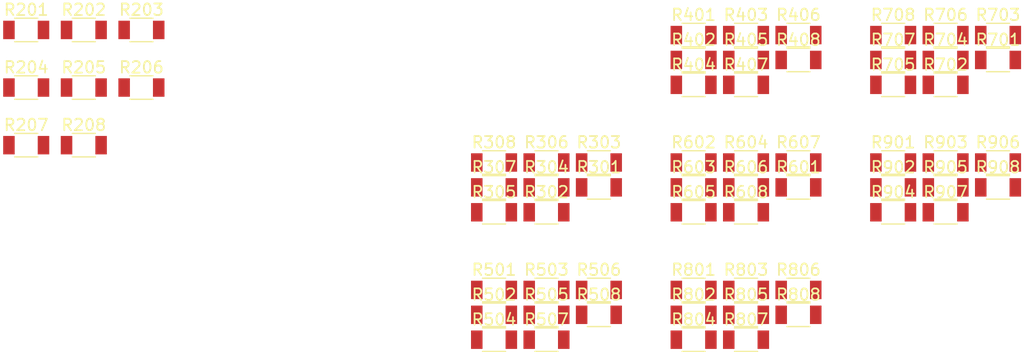
<source format=kicad_pcb>
(kicad_pcb (version 20171130) (host pcbnew "(5.0.2)-1")

  (general
    (thickness 1.6)
    (drawings 0)
    (tracks 0)
    (zones 0)
    (modules 64)
    (nets 129)
  )

  (page A4)
  (layers
    (0 F.Cu signal)
    (31 B.Cu signal)
    (32 B.Adhes user)
    (33 F.Adhes user)
    (34 B.Paste user)
    (35 F.Paste user)
    (36 B.SilkS user)
    (37 F.SilkS user)
    (38 B.Mask user)
    (39 F.Mask user)
    (40 Dwgs.User user)
    (41 Cmts.User user)
    (42 Eco1.User user)
    (43 Eco2.User user)
    (44 Edge.Cuts user)
    (45 Margin user)
    (46 B.CrtYd user)
    (47 F.CrtYd user)
    (48 B.Fab user)
    (49 F.Fab user)
  )

  (setup
    (last_trace_width 0.25)
    (trace_clearance 0.2)
    (zone_clearance 0.508)
    (zone_45_only no)
    (trace_min 0.2)
    (segment_width 0.2)
    (edge_width 0.15)
    (via_size 0.8)
    (via_drill 0.4)
    (via_min_size 0.4)
    (via_min_drill 0.3)
    (uvia_size 0.3)
    (uvia_drill 0.1)
    (uvias_allowed no)
    (uvia_min_size 0.2)
    (uvia_min_drill 0.1)
    (pcb_text_width 0.3)
    (pcb_text_size 1.5 1.5)
    (mod_edge_width 0.15)
    (mod_text_size 1 1)
    (mod_text_width 0.15)
    (pad_size 1.524 1.524)
    (pad_drill 0.762)
    (pad_to_mask_clearance 0.051)
    (solder_mask_min_width 0.25)
    (aux_axis_origin 0 0)
    (visible_elements 7FFFFFFF)
    (pcbplotparams
      (layerselection 0x010fc_ffffffff)
      (usegerberextensions false)
      (usegerberattributes false)
      (usegerberadvancedattributes false)
      (creategerberjobfile false)
      (excludeedgelayer true)
      (linewidth 0.100000)
      (plotframeref false)
      (viasonmask false)
      (mode 1)
      (useauxorigin false)
      (hpglpennumber 1)
      (hpglpenspeed 20)
      (hpglpendiameter 15.000000)
      (psnegative false)
      (psa4output false)
      (plotreference true)
      (plotvalue true)
      (plotinvisibletext false)
      (padsonsilk false)
      (subtractmaskfromsilk false)
      (outputformat 1)
      (mirror false)
      (drillshape 1)
      (scaleselection 1)
      (outputdirectory ""))
  )

  (net 0 "")
  (net 1 "Net-(R801-Pad1)")
  (net 2 "Net-(R801-Pad2)")
  (net 3 "Net-(R602-Pad2)")
  (net 4 "Net-(R602-Pad1)")
  (net 5 "Net-(R603-Pad1)")
  (net 6 "Net-(R603-Pad2)")
  (net 7 "Net-(R604-Pad2)")
  (net 8 "Net-(R604-Pad1)")
  (net 9 "Net-(R605-Pad1)")
  (net 10 "Net-(R605-Pad2)")
  (net 11 "Net-(R606-Pad2)")
  (net 12 "Net-(R606-Pad1)")
  (net 13 "Net-(R607-Pad1)")
  (net 14 "Net-(R607-Pad2)")
  (net 15 "Net-(R608-Pad2)")
  (net 16 "Net-(R608-Pad1)")
  (net 17 "Net-(R701-Pad1)")
  (net 18 "Net-(R701-Pad2)")
  (net 19 "Net-(R702-Pad2)")
  (net 20 "Net-(R702-Pad1)")
  (net 21 "Net-(R703-Pad1)")
  (net 22 "Net-(R703-Pad2)")
  (net 23 "Net-(R704-Pad2)")
  (net 24 "Net-(R704-Pad1)")
  (net 25 "Net-(R705-Pad1)")
  (net 26 "Net-(R705-Pad2)")
  (net 27 "Net-(R706-Pad2)")
  (net 28 "Net-(R706-Pad1)")
  (net 29 "Net-(R707-Pad1)")
  (net 30 "Net-(R707-Pad2)")
  (net 31 "Net-(R708-Pad2)")
  (net 32 "Net-(R708-Pad1)")
  (net 33 "Net-(R601-Pad1)")
  (net 34 "Net-(R601-Pad2)")
  (net 35 "Net-(R802-Pad2)")
  (net 36 "Net-(R802-Pad1)")
  (net 37 "Net-(R803-Pad1)")
  (net 38 "Net-(R803-Pad2)")
  (net 39 "Net-(R804-Pad2)")
  (net 40 "Net-(R804-Pad1)")
  (net 41 "Net-(R805-Pad1)")
  (net 42 "Net-(R805-Pad2)")
  (net 43 "Net-(R806-Pad2)")
  (net 44 "Net-(R806-Pad1)")
  (net 45 "Net-(R807-Pad1)")
  (net 46 "Net-(R807-Pad2)")
  (net 47 "Net-(R808-Pad2)")
  (net 48 "Net-(R808-Pad1)")
  (net 49 "Net-(R901-Pad1)")
  (net 50 "Net-(R901-Pad2)")
  (net 51 "Net-(R902-Pad2)")
  (net 52 "Net-(R902-Pad1)")
  (net 53 "Net-(R903-Pad1)")
  (net 54 "Net-(R903-Pad2)")
  (net 55 "Net-(R904-Pad2)")
  (net 56 "Net-(R904-Pad1)")
  (net 57 "Net-(R905-Pad1)")
  (net 58 "Net-(R905-Pad2)")
  (net 59 "Net-(R906-Pad2)")
  (net 60 "Net-(R906-Pad1)")
  (net 61 "Net-(R907-Pad1)")
  (net 62 "Net-(R907-Pad2)")
  (net 63 "Net-(R908-Pad2)")
  (net 64 "Net-(R908-Pad1)")
  (net 65 "Net-(R401-Pad1)")
  (net 66 "Net-(R401-Pad2)")
  (net 67 "Net-(R202-Pad2)")
  (net 68 "Net-(R202-Pad1)")
  (net 69 "Net-(R203-Pad1)")
  (net 70 "Net-(R203-Pad2)")
  (net 71 "Net-(R204-Pad2)")
  (net 72 "Net-(R204-Pad1)")
  (net 73 "Net-(R205-Pad1)")
  (net 74 "Net-(R205-Pad2)")
  (net 75 "Net-(R206-Pad2)")
  (net 76 "Net-(R206-Pad1)")
  (net 77 "Net-(R207-Pad1)")
  (net 78 "Net-(R207-Pad2)")
  (net 79 "Net-(R208-Pad2)")
  (net 80 "Net-(R208-Pad1)")
  (net 81 "Net-(R301-Pad1)")
  (net 82 "Net-(R301-Pad2)")
  (net 83 "Net-(R302-Pad2)")
  (net 84 "Net-(R302-Pad1)")
  (net 85 "Net-(R303-Pad1)")
  (net 86 "Net-(R303-Pad2)")
  (net 87 "Net-(R304-Pad2)")
  (net 88 "Net-(R304-Pad1)")
  (net 89 "Net-(R305-Pad1)")
  (net 90 "Net-(R305-Pad2)")
  (net 91 "Net-(R306-Pad2)")
  (net 92 "Net-(R306-Pad1)")
  (net 93 "Net-(R307-Pad1)")
  (net 94 "Net-(R307-Pad2)")
  (net 95 "Net-(R308-Pad2)")
  (net 96 "Net-(R308-Pad1)")
  (net 97 "Net-(R201-Pad1)")
  (net 98 "Net-(R201-Pad2)")
  (net 99 "Net-(R402-Pad2)")
  (net 100 "Net-(R402-Pad1)")
  (net 101 "Net-(R403-Pad1)")
  (net 102 "Net-(R403-Pad2)")
  (net 103 "Net-(R404-Pad2)")
  (net 104 "Net-(R404-Pad1)")
  (net 105 "Net-(R405-Pad1)")
  (net 106 "Net-(R405-Pad2)")
  (net 107 "Net-(R406-Pad2)")
  (net 108 "Net-(R406-Pad1)")
  (net 109 "Net-(R407-Pad1)")
  (net 110 "Net-(R407-Pad2)")
  (net 111 "Net-(R408-Pad2)")
  (net 112 "Net-(R408-Pad1)")
  (net 113 "Net-(R501-Pad1)")
  (net 114 "Net-(R501-Pad2)")
  (net 115 "Net-(R502-Pad2)")
  (net 116 "Net-(R502-Pad1)")
  (net 117 "Net-(R503-Pad1)")
  (net 118 "Net-(R503-Pad2)")
  (net 119 "Net-(R504-Pad2)")
  (net 120 "Net-(R504-Pad1)")
  (net 121 "Net-(R505-Pad1)")
  (net 122 "Net-(R505-Pad2)")
  (net 123 "Net-(R506-Pad2)")
  (net 124 "Net-(R506-Pad1)")
  (net 125 "Net-(R507-Pad1)")
  (net 126 "Net-(R507-Pad2)")
  (net 127 "Net-(R508-Pad2)")
  (net 128 "Net-(R508-Pad1)")

  (net_class Default "This is the default net class."
    (clearance 0.2)
    (trace_width 0.25)
    (via_dia 0.8)
    (via_drill 0.4)
    (uvia_dia 0.3)
    (uvia_drill 0.1)
    (add_net "Net-(R201-Pad1)")
    (add_net "Net-(R201-Pad2)")
    (add_net "Net-(R202-Pad1)")
    (add_net "Net-(R202-Pad2)")
    (add_net "Net-(R203-Pad1)")
    (add_net "Net-(R203-Pad2)")
    (add_net "Net-(R204-Pad1)")
    (add_net "Net-(R204-Pad2)")
    (add_net "Net-(R205-Pad1)")
    (add_net "Net-(R205-Pad2)")
    (add_net "Net-(R206-Pad1)")
    (add_net "Net-(R206-Pad2)")
    (add_net "Net-(R207-Pad1)")
    (add_net "Net-(R207-Pad2)")
    (add_net "Net-(R208-Pad1)")
    (add_net "Net-(R208-Pad2)")
    (add_net "Net-(R301-Pad1)")
    (add_net "Net-(R301-Pad2)")
    (add_net "Net-(R302-Pad1)")
    (add_net "Net-(R302-Pad2)")
    (add_net "Net-(R303-Pad1)")
    (add_net "Net-(R303-Pad2)")
    (add_net "Net-(R304-Pad1)")
    (add_net "Net-(R304-Pad2)")
    (add_net "Net-(R305-Pad1)")
    (add_net "Net-(R305-Pad2)")
    (add_net "Net-(R306-Pad1)")
    (add_net "Net-(R306-Pad2)")
    (add_net "Net-(R307-Pad1)")
    (add_net "Net-(R307-Pad2)")
    (add_net "Net-(R308-Pad1)")
    (add_net "Net-(R308-Pad2)")
    (add_net "Net-(R401-Pad1)")
    (add_net "Net-(R401-Pad2)")
    (add_net "Net-(R402-Pad1)")
    (add_net "Net-(R402-Pad2)")
    (add_net "Net-(R403-Pad1)")
    (add_net "Net-(R403-Pad2)")
    (add_net "Net-(R404-Pad1)")
    (add_net "Net-(R404-Pad2)")
    (add_net "Net-(R405-Pad1)")
    (add_net "Net-(R405-Pad2)")
    (add_net "Net-(R406-Pad1)")
    (add_net "Net-(R406-Pad2)")
    (add_net "Net-(R407-Pad1)")
    (add_net "Net-(R407-Pad2)")
    (add_net "Net-(R408-Pad1)")
    (add_net "Net-(R408-Pad2)")
    (add_net "Net-(R501-Pad1)")
    (add_net "Net-(R501-Pad2)")
    (add_net "Net-(R502-Pad1)")
    (add_net "Net-(R502-Pad2)")
    (add_net "Net-(R503-Pad1)")
    (add_net "Net-(R503-Pad2)")
    (add_net "Net-(R504-Pad1)")
    (add_net "Net-(R504-Pad2)")
    (add_net "Net-(R505-Pad1)")
    (add_net "Net-(R505-Pad2)")
    (add_net "Net-(R506-Pad1)")
    (add_net "Net-(R506-Pad2)")
    (add_net "Net-(R507-Pad1)")
    (add_net "Net-(R507-Pad2)")
    (add_net "Net-(R508-Pad1)")
    (add_net "Net-(R508-Pad2)")
    (add_net "Net-(R601-Pad1)")
    (add_net "Net-(R601-Pad2)")
    (add_net "Net-(R602-Pad1)")
    (add_net "Net-(R602-Pad2)")
    (add_net "Net-(R603-Pad1)")
    (add_net "Net-(R603-Pad2)")
    (add_net "Net-(R604-Pad1)")
    (add_net "Net-(R604-Pad2)")
    (add_net "Net-(R605-Pad1)")
    (add_net "Net-(R605-Pad2)")
    (add_net "Net-(R606-Pad1)")
    (add_net "Net-(R606-Pad2)")
    (add_net "Net-(R607-Pad1)")
    (add_net "Net-(R607-Pad2)")
    (add_net "Net-(R608-Pad1)")
    (add_net "Net-(R608-Pad2)")
    (add_net "Net-(R701-Pad1)")
    (add_net "Net-(R701-Pad2)")
    (add_net "Net-(R702-Pad1)")
    (add_net "Net-(R702-Pad2)")
    (add_net "Net-(R703-Pad1)")
    (add_net "Net-(R703-Pad2)")
    (add_net "Net-(R704-Pad1)")
    (add_net "Net-(R704-Pad2)")
    (add_net "Net-(R705-Pad1)")
    (add_net "Net-(R705-Pad2)")
    (add_net "Net-(R706-Pad1)")
    (add_net "Net-(R706-Pad2)")
    (add_net "Net-(R707-Pad1)")
    (add_net "Net-(R707-Pad2)")
    (add_net "Net-(R708-Pad1)")
    (add_net "Net-(R708-Pad2)")
    (add_net "Net-(R801-Pad1)")
    (add_net "Net-(R801-Pad2)")
    (add_net "Net-(R802-Pad1)")
    (add_net "Net-(R802-Pad2)")
    (add_net "Net-(R803-Pad1)")
    (add_net "Net-(R803-Pad2)")
    (add_net "Net-(R804-Pad1)")
    (add_net "Net-(R804-Pad2)")
    (add_net "Net-(R805-Pad1)")
    (add_net "Net-(R805-Pad2)")
    (add_net "Net-(R806-Pad1)")
    (add_net "Net-(R806-Pad2)")
    (add_net "Net-(R807-Pad1)")
    (add_net "Net-(R807-Pad2)")
    (add_net "Net-(R808-Pad1)")
    (add_net "Net-(R808-Pad2)")
    (add_net "Net-(R901-Pad1)")
    (add_net "Net-(R901-Pad2)")
    (add_net "Net-(R902-Pad1)")
    (add_net "Net-(R902-Pad2)")
    (add_net "Net-(R903-Pad1)")
    (add_net "Net-(R903-Pad2)")
    (add_net "Net-(R904-Pad1)")
    (add_net "Net-(R904-Pad2)")
    (add_net "Net-(R905-Pad1)")
    (add_net "Net-(R905-Pad2)")
    (add_net "Net-(R906-Pad1)")
    (add_net "Net-(R906-Pad2)")
    (add_net "Net-(R907-Pad1)")
    (add_net "Net-(R907-Pad2)")
    (add_net "Net-(R908-Pad1)")
    (add_net "Net-(R908-Pad2)")
  )

  (module Passives:R1206M (layer F.Cu) (tedit 5A956603) (tstamp 5C741CD0)
    (at 107.260001 93.305001)
    (descr "Capacitor SMD 1206, reflow soldering, AVX (see smccp.pdf)")
    (tags "capacitor 1206")
    (path /5C66F732/5C66F921)
    (attr smd)
    (fp_text reference R508 (at 0 -1.75) (layer F.SilkS)
      (effects (font (size 1 1) (thickness 0.15)))
    )
    (fp_text value 1k (at 0 2) (layer F.Fab) hide
      (effects (font (size 1 1) (thickness 0.15)))
    )
    (fp_line (start 2.25 1.05) (end -2.25 1.05) (layer F.CrtYd) (width 0.05))
    (fp_line (start 2.25 1.05) (end 2.25 -1.05) (layer F.CrtYd) (width 0.05))
    (fp_line (start -2.25 -1.05) (end -2.25 1.05) (layer F.CrtYd) (width 0.05))
    (fp_line (start -2.25 -1.05) (end 2.25 -1.05) (layer F.CrtYd) (width 0.05))
    (fp_line (start -1 1.02) (end 1 1.02) (layer F.SilkS) (width 0.12))
    (fp_line (start 1 -1.02) (end -1 -1.02) (layer F.SilkS) (width 0.12))
    (fp_line (start -1.6 -0.8) (end 1.6 -0.8) (layer F.Fab) (width 0.1))
    (fp_line (start 1.6 -0.8) (end 1.6 0.8) (layer F.Fab) (width 0.1))
    (fp_line (start 1.6 0.8) (end -1.6 0.8) (layer F.Fab) (width 0.1))
    (fp_line (start -1.6 0.8) (end -1.6 -0.8) (layer F.Fab) (width 0.1))
    (fp_text user %R (at 0 0) (layer F.Fab)
      (effects (font (size 0.5 0.5) (thickness 0.07)))
    )
    (pad 2 smd rect (at 1.5 0) (size 1 1.6) (layers F.Cu F.Paste F.Mask)
      (net 127 "Net-(R508-Pad2)"))
    (pad 1 smd rect (at -1.5 0) (size 1 1.6) (layers F.Cu F.Paste F.Mask)
      (net 128 "Net-(R508-Pad1)"))
    (model ${KISYS3DMOD}/Resistor_SMD.3dshapes/R_1206_3216Metric.wrl
      (at (xyz 0 0 0))
      (scale (xyz 1 1 1))
      (rotate (xyz 0 0 0))
    )
  )

  (module Passives:R1206M (layer F.Cu) (tedit 5A956603) (tstamp 5C741CBF)
    (at 102.710001 95.465001)
    (descr "Capacitor SMD 1206, reflow soldering, AVX (see smccp.pdf)")
    (tags "capacitor 1206")
    (path /5C66F732/5C66F8FB)
    (attr smd)
    (fp_text reference R507 (at 0 -1.75) (layer F.SilkS)
      (effects (font (size 1 1) (thickness 0.15)))
    )
    (fp_text value 1k (at 0 2) (layer F.Fab) hide
      (effects (font (size 1 1) (thickness 0.15)))
    )
    (fp_text user %R (at 0 0) (layer F.Fab)
      (effects (font (size 0.5 0.5) (thickness 0.07)))
    )
    (fp_line (start -1.6 0.8) (end -1.6 -0.8) (layer F.Fab) (width 0.1))
    (fp_line (start 1.6 0.8) (end -1.6 0.8) (layer F.Fab) (width 0.1))
    (fp_line (start 1.6 -0.8) (end 1.6 0.8) (layer F.Fab) (width 0.1))
    (fp_line (start -1.6 -0.8) (end 1.6 -0.8) (layer F.Fab) (width 0.1))
    (fp_line (start 1 -1.02) (end -1 -1.02) (layer F.SilkS) (width 0.12))
    (fp_line (start -1 1.02) (end 1 1.02) (layer F.SilkS) (width 0.12))
    (fp_line (start -2.25 -1.05) (end 2.25 -1.05) (layer F.CrtYd) (width 0.05))
    (fp_line (start -2.25 -1.05) (end -2.25 1.05) (layer F.CrtYd) (width 0.05))
    (fp_line (start 2.25 1.05) (end 2.25 -1.05) (layer F.CrtYd) (width 0.05))
    (fp_line (start 2.25 1.05) (end -2.25 1.05) (layer F.CrtYd) (width 0.05))
    (pad 1 smd rect (at -1.5 0) (size 1 1.6) (layers F.Cu F.Paste F.Mask)
      (net 125 "Net-(R507-Pad1)"))
    (pad 2 smd rect (at 1.5 0) (size 1 1.6) (layers F.Cu F.Paste F.Mask)
      (net 126 "Net-(R507-Pad2)"))
    (model ${KISYS3DMOD}/Resistor_SMD.3dshapes/R_1206_3216Metric.wrl
      (at (xyz 0 0 0))
      (scale (xyz 1 1 1))
      (rotate (xyz 0 0 0))
    )
  )

  (module Passives:R1206M (layer F.Cu) (tedit 5A956603) (tstamp 5C741CAE)
    (at 107.260001 91.145001)
    (descr "Capacitor SMD 1206, reflow soldering, AVX (see smccp.pdf)")
    (tags "capacitor 1206")
    (path /5C66F732/5C66F8D7)
    (attr smd)
    (fp_text reference R506 (at 0 -1.75) (layer F.SilkS)
      (effects (font (size 1 1) (thickness 0.15)))
    )
    (fp_text value 1k (at 0 2) (layer F.Fab) hide
      (effects (font (size 1 1) (thickness 0.15)))
    )
    (fp_line (start 2.25 1.05) (end -2.25 1.05) (layer F.CrtYd) (width 0.05))
    (fp_line (start 2.25 1.05) (end 2.25 -1.05) (layer F.CrtYd) (width 0.05))
    (fp_line (start -2.25 -1.05) (end -2.25 1.05) (layer F.CrtYd) (width 0.05))
    (fp_line (start -2.25 -1.05) (end 2.25 -1.05) (layer F.CrtYd) (width 0.05))
    (fp_line (start -1 1.02) (end 1 1.02) (layer F.SilkS) (width 0.12))
    (fp_line (start 1 -1.02) (end -1 -1.02) (layer F.SilkS) (width 0.12))
    (fp_line (start -1.6 -0.8) (end 1.6 -0.8) (layer F.Fab) (width 0.1))
    (fp_line (start 1.6 -0.8) (end 1.6 0.8) (layer F.Fab) (width 0.1))
    (fp_line (start 1.6 0.8) (end -1.6 0.8) (layer F.Fab) (width 0.1))
    (fp_line (start -1.6 0.8) (end -1.6 -0.8) (layer F.Fab) (width 0.1))
    (fp_text user %R (at 0 0) (layer F.Fab)
      (effects (font (size 0.5 0.5) (thickness 0.07)))
    )
    (pad 2 smd rect (at 1.5 0) (size 1 1.6) (layers F.Cu F.Paste F.Mask)
      (net 123 "Net-(R506-Pad2)"))
    (pad 1 smd rect (at -1.5 0) (size 1 1.6) (layers F.Cu F.Paste F.Mask)
      (net 124 "Net-(R506-Pad1)"))
    (model ${KISYS3DMOD}/Resistor_SMD.3dshapes/R_1206_3216Metric.wrl
      (at (xyz 0 0 0))
      (scale (xyz 1 1 1))
      (rotate (xyz 0 0 0))
    )
  )

  (module Passives:R1206M (layer F.Cu) (tedit 5A956603) (tstamp 5C741C9D)
    (at 102.710001 93.305001)
    (descr "Capacitor SMD 1206, reflow soldering, AVX (see smccp.pdf)")
    (tags "capacitor 1206")
    (path /5C66F732/5C66F897)
    (attr smd)
    (fp_text reference R505 (at 0 -1.75) (layer F.SilkS)
      (effects (font (size 1 1) (thickness 0.15)))
    )
    (fp_text value 1k (at 0 2) (layer F.Fab) hide
      (effects (font (size 1 1) (thickness 0.15)))
    )
    (fp_text user %R (at 0 0) (layer F.Fab)
      (effects (font (size 0.5 0.5) (thickness 0.07)))
    )
    (fp_line (start -1.6 0.8) (end -1.6 -0.8) (layer F.Fab) (width 0.1))
    (fp_line (start 1.6 0.8) (end -1.6 0.8) (layer F.Fab) (width 0.1))
    (fp_line (start 1.6 -0.8) (end 1.6 0.8) (layer F.Fab) (width 0.1))
    (fp_line (start -1.6 -0.8) (end 1.6 -0.8) (layer F.Fab) (width 0.1))
    (fp_line (start 1 -1.02) (end -1 -1.02) (layer F.SilkS) (width 0.12))
    (fp_line (start -1 1.02) (end 1 1.02) (layer F.SilkS) (width 0.12))
    (fp_line (start -2.25 -1.05) (end 2.25 -1.05) (layer F.CrtYd) (width 0.05))
    (fp_line (start -2.25 -1.05) (end -2.25 1.05) (layer F.CrtYd) (width 0.05))
    (fp_line (start 2.25 1.05) (end 2.25 -1.05) (layer F.CrtYd) (width 0.05))
    (fp_line (start 2.25 1.05) (end -2.25 1.05) (layer F.CrtYd) (width 0.05))
    (pad 1 smd rect (at -1.5 0) (size 1 1.6) (layers F.Cu F.Paste F.Mask)
      (net 121 "Net-(R505-Pad1)"))
    (pad 2 smd rect (at 1.5 0) (size 1 1.6) (layers F.Cu F.Paste F.Mask)
      (net 122 "Net-(R505-Pad2)"))
    (model ${KISYS3DMOD}/Resistor_SMD.3dshapes/R_1206_3216Metric.wrl
      (at (xyz 0 0 0))
      (scale (xyz 1 1 1))
      (rotate (xyz 0 0 0))
    )
  )

  (module Passives:R1206M (layer F.Cu) (tedit 5A956603) (tstamp 5C741C8C)
    (at 98.160001 95.465001)
    (descr "Capacitor SMD 1206, reflow soldering, AVX (see smccp.pdf)")
    (tags "capacitor 1206")
    (path /5C66F732/5C66F87B)
    (attr smd)
    (fp_text reference R504 (at 0 -1.75) (layer F.SilkS)
      (effects (font (size 1 1) (thickness 0.15)))
    )
    (fp_text value 1k (at 0 2) (layer F.Fab) hide
      (effects (font (size 1 1) (thickness 0.15)))
    )
    (fp_line (start 2.25 1.05) (end -2.25 1.05) (layer F.CrtYd) (width 0.05))
    (fp_line (start 2.25 1.05) (end 2.25 -1.05) (layer F.CrtYd) (width 0.05))
    (fp_line (start -2.25 -1.05) (end -2.25 1.05) (layer F.CrtYd) (width 0.05))
    (fp_line (start -2.25 -1.05) (end 2.25 -1.05) (layer F.CrtYd) (width 0.05))
    (fp_line (start -1 1.02) (end 1 1.02) (layer F.SilkS) (width 0.12))
    (fp_line (start 1 -1.02) (end -1 -1.02) (layer F.SilkS) (width 0.12))
    (fp_line (start -1.6 -0.8) (end 1.6 -0.8) (layer F.Fab) (width 0.1))
    (fp_line (start 1.6 -0.8) (end 1.6 0.8) (layer F.Fab) (width 0.1))
    (fp_line (start 1.6 0.8) (end -1.6 0.8) (layer F.Fab) (width 0.1))
    (fp_line (start -1.6 0.8) (end -1.6 -0.8) (layer F.Fab) (width 0.1))
    (fp_text user %R (at 0 0) (layer F.Fab)
      (effects (font (size 0.5 0.5) (thickness 0.07)))
    )
    (pad 2 smd rect (at 1.5 0) (size 1 1.6) (layers F.Cu F.Paste F.Mask)
      (net 119 "Net-(R504-Pad2)"))
    (pad 1 smd rect (at -1.5 0) (size 1 1.6) (layers F.Cu F.Paste F.Mask)
      (net 120 "Net-(R504-Pad1)"))
    (model ${KISYS3DMOD}/Resistor_SMD.3dshapes/R_1206_3216Metric.wrl
      (at (xyz 0 0 0))
      (scale (xyz 1 1 1))
      (rotate (xyz 0 0 0))
    )
  )

  (module Passives:R1206M (layer F.Cu) (tedit 5A956603) (tstamp 5C741C7B)
    (at 102.710001 91.145001)
    (descr "Capacitor SMD 1206, reflow soldering, AVX (see smccp.pdf)")
    (tags "capacitor 1206")
    (path /5C66F732/5C66F85D)
    (attr smd)
    (fp_text reference R503 (at 0 -1.75) (layer F.SilkS)
      (effects (font (size 1 1) (thickness 0.15)))
    )
    (fp_text value 1k (at 0 2) (layer F.Fab) hide
      (effects (font (size 1 1) (thickness 0.15)))
    )
    (fp_text user %R (at 0 0) (layer F.Fab)
      (effects (font (size 0.5 0.5) (thickness 0.07)))
    )
    (fp_line (start -1.6 0.8) (end -1.6 -0.8) (layer F.Fab) (width 0.1))
    (fp_line (start 1.6 0.8) (end -1.6 0.8) (layer F.Fab) (width 0.1))
    (fp_line (start 1.6 -0.8) (end 1.6 0.8) (layer F.Fab) (width 0.1))
    (fp_line (start -1.6 -0.8) (end 1.6 -0.8) (layer F.Fab) (width 0.1))
    (fp_line (start 1 -1.02) (end -1 -1.02) (layer F.SilkS) (width 0.12))
    (fp_line (start -1 1.02) (end 1 1.02) (layer F.SilkS) (width 0.12))
    (fp_line (start -2.25 -1.05) (end 2.25 -1.05) (layer F.CrtYd) (width 0.05))
    (fp_line (start -2.25 -1.05) (end -2.25 1.05) (layer F.CrtYd) (width 0.05))
    (fp_line (start 2.25 1.05) (end 2.25 -1.05) (layer F.CrtYd) (width 0.05))
    (fp_line (start 2.25 1.05) (end -2.25 1.05) (layer F.CrtYd) (width 0.05))
    (pad 1 smd rect (at -1.5 0) (size 1 1.6) (layers F.Cu F.Paste F.Mask)
      (net 117 "Net-(R503-Pad1)"))
    (pad 2 smd rect (at 1.5 0) (size 1 1.6) (layers F.Cu F.Paste F.Mask)
      (net 118 "Net-(R503-Pad2)"))
    (model ${KISYS3DMOD}/Resistor_SMD.3dshapes/R_1206_3216Metric.wrl
      (at (xyz 0 0 0))
      (scale (xyz 1 1 1))
      (rotate (xyz 0 0 0))
    )
  )

  (module Passives:R1206M (layer F.Cu) (tedit 5A956603) (tstamp 5C741C6A)
    (at 98.160001 93.305001)
    (descr "Capacitor SMD 1206, reflow soldering, AVX (see smccp.pdf)")
    (tags "capacitor 1206")
    (path /5C66F732/5C66F845)
    (attr smd)
    (fp_text reference R502 (at 0 -1.75) (layer F.SilkS)
      (effects (font (size 1 1) (thickness 0.15)))
    )
    (fp_text value 1k (at 0 2) (layer F.Fab) hide
      (effects (font (size 1 1) (thickness 0.15)))
    )
    (fp_line (start 2.25 1.05) (end -2.25 1.05) (layer F.CrtYd) (width 0.05))
    (fp_line (start 2.25 1.05) (end 2.25 -1.05) (layer F.CrtYd) (width 0.05))
    (fp_line (start -2.25 -1.05) (end -2.25 1.05) (layer F.CrtYd) (width 0.05))
    (fp_line (start -2.25 -1.05) (end 2.25 -1.05) (layer F.CrtYd) (width 0.05))
    (fp_line (start -1 1.02) (end 1 1.02) (layer F.SilkS) (width 0.12))
    (fp_line (start 1 -1.02) (end -1 -1.02) (layer F.SilkS) (width 0.12))
    (fp_line (start -1.6 -0.8) (end 1.6 -0.8) (layer F.Fab) (width 0.1))
    (fp_line (start 1.6 -0.8) (end 1.6 0.8) (layer F.Fab) (width 0.1))
    (fp_line (start 1.6 0.8) (end -1.6 0.8) (layer F.Fab) (width 0.1))
    (fp_line (start -1.6 0.8) (end -1.6 -0.8) (layer F.Fab) (width 0.1))
    (fp_text user %R (at 0 0) (layer F.Fab)
      (effects (font (size 0.5 0.5) (thickness 0.07)))
    )
    (pad 2 smd rect (at 1.5 0) (size 1 1.6) (layers F.Cu F.Paste F.Mask)
      (net 115 "Net-(R502-Pad2)"))
    (pad 1 smd rect (at -1.5 0) (size 1 1.6) (layers F.Cu F.Paste F.Mask)
      (net 116 "Net-(R502-Pad1)"))
    (model ${KISYS3DMOD}/Resistor_SMD.3dshapes/R_1206_3216Metric.wrl
      (at (xyz 0 0 0))
      (scale (xyz 1 1 1))
      (rotate (xyz 0 0 0))
    )
  )

  (module Passives:R1206M (layer F.Cu) (tedit 5A956603) (tstamp 5C741C59)
    (at 98.160001 91.145001)
    (descr "Capacitor SMD 1206, reflow soldering, AVX (see smccp.pdf)")
    (tags "capacitor 1206")
    (path /5C66F732/5C66F7B3)
    (attr smd)
    (fp_text reference R501 (at 0 -1.75) (layer F.SilkS)
      (effects (font (size 1 1) (thickness 0.15)))
    )
    (fp_text value 1k (at 0 2) (layer F.Fab) hide
      (effects (font (size 1 1) (thickness 0.15)))
    )
    (fp_text user %R (at 0 0) (layer F.Fab)
      (effects (font (size 0.5 0.5) (thickness 0.07)))
    )
    (fp_line (start -1.6 0.8) (end -1.6 -0.8) (layer F.Fab) (width 0.1))
    (fp_line (start 1.6 0.8) (end -1.6 0.8) (layer F.Fab) (width 0.1))
    (fp_line (start 1.6 -0.8) (end 1.6 0.8) (layer F.Fab) (width 0.1))
    (fp_line (start -1.6 -0.8) (end 1.6 -0.8) (layer F.Fab) (width 0.1))
    (fp_line (start 1 -1.02) (end -1 -1.02) (layer F.SilkS) (width 0.12))
    (fp_line (start -1 1.02) (end 1 1.02) (layer F.SilkS) (width 0.12))
    (fp_line (start -2.25 -1.05) (end 2.25 -1.05) (layer F.CrtYd) (width 0.05))
    (fp_line (start -2.25 -1.05) (end -2.25 1.05) (layer F.CrtYd) (width 0.05))
    (fp_line (start 2.25 1.05) (end 2.25 -1.05) (layer F.CrtYd) (width 0.05))
    (fp_line (start 2.25 1.05) (end -2.25 1.05) (layer F.CrtYd) (width 0.05))
    (pad 1 smd rect (at -1.5 0) (size 1 1.6) (layers F.Cu F.Paste F.Mask)
      (net 113 "Net-(R501-Pad1)"))
    (pad 2 smd rect (at 1.5 0) (size 1 1.6) (layers F.Cu F.Paste F.Mask)
      (net 114 "Net-(R501-Pad2)"))
    (model ${KISYS3DMOD}/Resistor_SMD.3dshapes/R_1206_3216Metric.wrl
      (at (xyz 0 0 0))
      (scale (xyz 1 1 1))
      (rotate (xyz 0 0 0))
    )
  )

  (module Passives:R1206M (layer F.Cu) (tedit 5A956603) (tstamp 5C741C48)
    (at 124.580001 71.185001)
    (descr "Capacitor SMD 1206, reflow soldering, AVX (see smccp.pdf)")
    (tags "capacitor 1206")
    (path /5C66F730/5C66F921)
    (attr smd)
    (fp_text reference R408 (at 0 -1.75) (layer F.SilkS)
      (effects (font (size 1 1) (thickness 0.15)))
    )
    (fp_text value 1k (at 0 2) (layer F.Fab) hide
      (effects (font (size 1 1) (thickness 0.15)))
    )
    (fp_line (start 2.25 1.05) (end -2.25 1.05) (layer F.CrtYd) (width 0.05))
    (fp_line (start 2.25 1.05) (end 2.25 -1.05) (layer F.CrtYd) (width 0.05))
    (fp_line (start -2.25 -1.05) (end -2.25 1.05) (layer F.CrtYd) (width 0.05))
    (fp_line (start -2.25 -1.05) (end 2.25 -1.05) (layer F.CrtYd) (width 0.05))
    (fp_line (start -1 1.02) (end 1 1.02) (layer F.SilkS) (width 0.12))
    (fp_line (start 1 -1.02) (end -1 -1.02) (layer F.SilkS) (width 0.12))
    (fp_line (start -1.6 -0.8) (end 1.6 -0.8) (layer F.Fab) (width 0.1))
    (fp_line (start 1.6 -0.8) (end 1.6 0.8) (layer F.Fab) (width 0.1))
    (fp_line (start 1.6 0.8) (end -1.6 0.8) (layer F.Fab) (width 0.1))
    (fp_line (start -1.6 0.8) (end -1.6 -0.8) (layer F.Fab) (width 0.1))
    (fp_text user %R (at 0 0) (layer F.Fab)
      (effects (font (size 0.5 0.5) (thickness 0.07)))
    )
    (pad 2 smd rect (at 1.5 0) (size 1 1.6) (layers F.Cu F.Paste F.Mask)
      (net 111 "Net-(R408-Pad2)"))
    (pad 1 smd rect (at -1.5 0) (size 1 1.6) (layers F.Cu F.Paste F.Mask)
      (net 112 "Net-(R408-Pad1)"))
    (model ${KISYS3DMOD}/Resistor_SMD.3dshapes/R_1206_3216Metric.wrl
      (at (xyz 0 0 0))
      (scale (xyz 1 1 1))
      (rotate (xyz 0 0 0))
    )
  )

  (module Passives:R1206M (layer F.Cu) (tedit 5A956603) (tstamp 5C741C37)
    (at 120.030001 73.345001)
    (descr "Capacitor SMD 1206, reflow soldering, AVX (see smccp.pdf)")
    (tags "capacitor 1206")
    (path /5C66F730/5C66F8FB)
    (attr smd)
    (fp_text reference R407 (at 0 -1.75) (layer F.SilkS)
      (effects (font (size 1 1) (thickness 0.15)))
    )
    (fp_text value 1k (at 0 2) (layer F.Fab) hide
      (effects (font (size 1 1) (thickness 0.15)))
    )
    (fp_text user %R (at 0 0) (layer F.Fab)
      (effects (font (size 0.5 0.5) (thickness 0.07)))
    )
    (fp_line (start -1.6 0.8) (end -1.6 -0.8) (layer F.Fab) (width 0.1))
    (fp_line (start 1.6 0.8) (end -1.6 0.8) (layer F.Fab) (width 0.1))
    (fp_line (start 1.6 -0.8) (end 1.6 0.8) (layer F.Fab) (width 0.1))
    (fp_line (start -1.6 -0.8) (end 1.6 -0.8) (layer F.Fab) (width 0.1))
    (fp_line (start 1 -1.02) (end -1 -1.02) (layer F.SilkS) (width 0.12))
    (fp_line (start -1 1.02) (end 1 1.02) (layer F.SilkS) (width 0.12))
    (fp_line (start -2.25 -1.05) (end 2.25 -1.05) (layer F.CrtYd) (width 0.05))
    (fp_line (start -2.25 -1.05) (end -2.25 1.05) (layer F.CrtYd) (width 0.05))
    (fp_line (start 2.25 1.05) (end 2.25 -1.05) (layer F.CrtYd) (width 0.05))
    (fp_line (start 2.25 1.05) (end -2.25 1.05) (layer F.CrtYd) (width 0.05))
    (pad 1 smd rect (at -1.5 0) (size 1 1.6) (layers F.Cu F.Paste F.Mask)
      (net 109 "Net-(R407-Pad1)"))
    (pad 2 smd rect (at 1.5 0) (size 1 1.6) (layers F.Cu F.Paste F.Mask)
      (net 110 "Net-(R407-Pad2)"))
    (model ${KISYS3DMOD}/Resistor_SMD.3dshapes/R_1206_3216Metric.wrl
      (at (xyz 0 0 0))
      (scale (xyz 1 1 1))
      (rotate (xyz 0 0 0))
    )
  )

  (module Passives:R1206M (layer F.Cu) (tedit 5A956603) (tstamp 5C741C26)
    (at 124.580001 69.025001)
    (descr "Capacitor SMD 1206, reflow soldering, AVX (see smccp.pdf)")
    (tags "capacitor 1206")
    (path /5C66F730/5C66F8D7)
    (attr smd)
    (fp_text reference R406 (at 0 -1.75) (layer F.SilkS)
      (effects (font (size 1 1) (thickness 0.15)))
    )
    (fp_text value 1k (at 0 2) (layer F.Fab) hide
      (effects (font (size 1 1) (thickness 0.15)))
    )
    (fp_line (start 2.25 1.05) (end -2.25 1.05) (layer F.CrtYd) (width 0.05))
    (fp_line (start 2.25 1.05) (end 2.25 -1.05) (layer F.CrtYd) (width 0.05))
    (fp_line (start -2.25 -1.05) (end -2.25 1.05) (layer F.CrtYd) (width 0.05))
    (fp_line (start -2.25 -1.05) (end 2.25 -1.05) (layer F.CrtYd) (width 0.05))
    (fp_line (start -1 1.02) (end 1 1.02) (layer F.SilkS) (width 0.12))
    (fp_line (start 1 -1.02) (end -1 -1.02) (layer F.SilkS) (width 0.12))
    (fp_line (start -1.6 -0.8) (end 1.6 -0.8) (layer F.Fab) (width 0.1))
    (fp_line (start 1.6 -0.8) (end 1.6 0.8) (layer F.Fab) (width 0.1))
    (fp_line (start 1.6 0.8) (end -1.6 0.8) (layer F.Fab) (width 0.1))
    (fp_line (start -1.6 0.8) (end -1.6 -0.8) (layer F.Fab) (width 0.1))
    (fp_text user %R (at 0 0) (layer F.Fab)
      (effects (font (size 0.5 0.5) (thickness 0.07)))
    )
    (pad 2 smd rect (at 1.5 0) (size 1 1.6) (layers F.Cu F.Paste F.Mask)
      (net 107 "Net-(R406-Pad2)"))
    (pad 1 smd rect (at -1.5 0) (size 1 1.6) (layers F.Cu F.Paste F.Mask)
      (net 108 "Net-(R406-Pad1)"))
    (model ${KISYS3DMOD}/Resistor_SMD.3dshapes/R_1206_3216Metric.wrl
      (at (xyz 0 0 0))
      (scale (xyz 1 1 1))
      (rotate (xyz 0 0 0))
    )
  )

  (module Passives:R1206M (layer F.Cu) (tedit 5A956603) (tstamp 5C741C15)
    (at 120.030001 71.185001)
    (descr "Capacitor SMD 1206, reflow soldering, AVX (see smccp.pdf)")
    (tags "capacitor 1206")
    (path /5C66F730/5C66F897)
    (attr smd)
    (fp_text reference R405 (at 0 -1.75) (layer F.SilkS)
      (effects (font (size 1 1) (thickness 0.15)))
    )
    (fp_text value 1k (at 0 2) (layer F.Fab) hide
      (effects (font (size 1 1) (thickness 0.15)))
    )
    (fp_text user %R (at 0 0) (layer F.Fab)
      (effects (font (size 0.5 0.5) (thickness 0.07)))
    )
    (fp_line (start -1.6 0.8) (end -1.6 -0.8) (layer F.Fab) (width 0.1))
    (fp_line (start 1.6 0.8) (end -1.6 0.8) (layer F.Fab) (width 0.1))
    (fp_line (start 1.6 -0.8) (end 1.6 0.8) (layer F.Fab) (width 0.1))
    (fp_line (start -1.6 -0.8) (end 1.6 -0.8) (layer F.Fab) (width 0.1))
    (fp_line (start 1 -1.02) (end -1 -1.02) (layer F.SilkS) (width 0.12))
    (fp_line (start -1 1.02) (end 1 1.02) (layer F.SilkS) (width 0.12))
    (fp_line (start -2.25 -1.05) (end 2.25 -1.05) (layer F.CrtYd) (width 0.05))
    (fp_line (start -2.25 -1.05) (end -2.25 1.05) (layer F.CrtYd) (width 0.05))
    (fp_line (start 2.25 1.05) (end 2.25 -1.05) (layer F.CrtYd) (width 0.05))
    (fp_line (start 2.25 1.05) (end -2.25 1.05) (layer F.CrtYd) (width 0.05))
    (pad 1 smd rect (at -1.5 0) (size 1 1.6) (layers F.Cu F.Paste F.Mask)
      (net 105 "Net-(R405-Pad1)"))
    (pad 2 smd rect (at 1.5 0) (size 1 1.6) (layers F.Cu F.Paste F.Mask)
      (net 106 "Net-(R405-Pad2)"))
    (model ${KISYS3DMOD}/Resistor_SMD.3dshapes/R_1206_3216Metric.wrl
      (at (xyz 0 0 0))
      (scale (xyz 1 1 1))
      (rotate (xyz 0 0 0))
    )
  )

  (module Passives:R1206M (layer F.Cu) (tedit 5A956603) (tstamp 5C741C04)
    (at 115.480001 73.345001)
    (descr "Capacitor SMD 1206, reflow soldering, AVX (see smccp.pdf)")
    (tags "capacitor 1206")
    (path /5C66F730/5C66F87B)
    (attr smd)
    (fp_text reference R404 (at 0 -1.75) (layer F.SilkS)
      (effects (font (size 1 1) (thickness 0.15)))
    )
    (fp_text value 1k (at 0 2) (layer F.Fab) hide
      (effects (font (size 1 1) (thickness 0.15)))
    )
    (fp_line (start 2.25 1.05) (end -2.25 1.05) (layer F.CrtYd) (width 0.05))
    (fp_line (start 2.25 1.05) (end 2.25 -1.05) (layer F.CrtYd) (width 0.05))
    (fp_line (start -2.25 -1.05) (end -2.25 1.05) (layer F.CrtYd) (width 0.05))
    (fp_line (start -2.25 -1.05) (end 2.25 -1.05) (layer F.CrtYd) (width 0.05))
    (fp_line (start -1 1.02) (end 1 1.02) (layer F.SilkS) (width 0.12))
    (fp_line (start 1 -1.02) (end -1 -1.02) (layer F.SilkS) (width 0.12))
    (fp_line (start -1.6 -0.8) (end 1.6 -0.8) (layer F.Fab) (width 0.1))
    (fp_line (start 1.6 -0.8) (end 1.6 0.8) (layer F.Fab) (width 0.1))
    (fp_line (start 1.6 0.8) (end -1.6 0.8) (layer F.Fab) (width 0.1))
    (fp_line (start -1.6 0.8) (end -1.6 -0.8) (layer F.Fab) (width 0.1))
    (fp_text user %R (at 0 0) (layer F.Fab)
      (effects (font (size 0.5 0.5) (thickness 0.07)))
    )
    (pad 2 smd rect (at 1.5 0) (size 1 1.6) (layers F.Cu F.Paste F.Mask)
      (net 103 "Net-(R404-Pad2)"))
    (pad 1 smd rect (at -1.5 0) (size 1 1.6) (layers F.Cu F.Paste F.Mask)
      (net 104 "Net-(R404-Pad1)"))
    (model ${KISYS3DMOD}/Resistor_SMD.3dshapes/R_1206_3216Metric.wrl
      (at (xyz 0 0 0))
      (scale (xyz 1 1 1))
      (rotate (xyz 0 0 0))
    )
  )

  (module Passives:R1206M (layer F.Cu) (tedit 5A956603) (tstamp 5C741BF3)
    (at 120.030001 69.025001)
    (descr "Capacitor SMD 1206, reflow soldering, AVX (see smccp.pdf)")
    (tags "capacitor 1206")
    (path /5C66F730/5C66F85D)
    (attr smd)
    (fp_text reference R403 (at 0 -1.75) (layer F.SilkS)
      (effects (font (size 1 1) (thickness 0.15)))
    )
    (fp_text value 1k (at 0 2) (layer F.Fab) hide
      (effects (font (size 1 1) (thickness 0.15)))
    )
    (fp_text user %R (at 0 0) (layer F.Fab)
      (effects (font (size 0.5 0.5) (thickness 0.07)))
    )
    (fp_line (start -1.6 0.8) (end -1.6 -0.8) (layer F.Fab) (width 0.1))
    (fp_line (start 1.6 0.8) (end -1.6 0.8) (layer F.Fab) (width 0.1))
    (fp_line (start 1.6 -0.8) (end 1.6 0.8) (layer F.Fab) (width 0.1))
    (fp_line (start -1.6 -0.8) (end 1.6 -0.8) (layer F.Fab) (width 0.1))
    (fp_line (start 1 -1.02) (end -1 -1.02) (layer F.SilkS) (width 0.12))
    (fp_line (start -1 1.02) (end 1 1.02) (layer F.SilkS) (width 0.12))
    (fp_line (start -2.25 -1.05) (end 2.25 -1.05) (layer F.CrtYd) (width 0.05))
    (fp_line (start -2.25 -1.05) (end -2.25 1.05) (layer F.CrtYd) (width 0.05))
    (fp_line (start 2.25 1.05) (end 2.25 -1.05) (layer F.CrtYd) (width 0.05))
    (fp_line (start 2.25 1.05) (end -2.25 1.05) (layer F.CrtYd) (width 0.05))
    (pad 1 smd rect (at -1.5 0) (size 1 1.6) (layers F.Cu F.Paste F.Mask)
      (net 101 "Net-(R403-Pad1)"))
    (pad 2 smd rect (at 1.5 0) (size 1 1.6) (layers F.Cu F.Paste F.Mask)
      (net 102 "Net-(R403-Pad2)"))
    (model ${KISYS3DMOD}/Resistor_SMD.3dshapes/R_1206_3216Metric.wrl
      (at (xyz 0 0 0))
      (scale (xyz 1 1 1))
      (rotate (xyz 0 0 0))
    )
  )

  (module Passives:R1206M (layer F.Cu) (tedit 5A956603) (tstamp 5C741BE2)
    (at 115.480001 71.185001)
    (descr "Capacitor SMD 1206, reflow soldering, AVX (see smccp.pdf)")
    (tags "capacitor 1206")
    (path /5C66F730/5C66F845)
    (attr smd)
    (fp_text reference R402 (at 0 -1.75) (layer F.SilkS)
      (effects (font (size 1 1) (thickness 0.15)))
    )
    (fp_text value 1k (at 0 2) (layer F.Fab) hide
      (effects (font (size 1 1) (thickness 0.15)))
    )
    (fp_line (start 2.25 1.05) (end -2.25 1.05) (layer F.CrtYd) (width 0.05))
    (fp_line (start 2.25 1.05) (end 2.25 -1.05) (layer F.CrtYd) (width 0.05))
    (fp_line (start -2.25 -1.05) (end -2.25 1.05) (layer F.CrtYd) (width 0.05))
    (fp_line (start -2.25 -1.05) (end 2.25 -1.05) (layer F.CrtYd) (width 0.05))
    (fp_line (start -1 1.02) (end 1 1.02) (layer F.SilkS) (width 0.12))
    (fp_line (start 1 -1.02) (end -1 -1.02) (layer F.SilkS) (width 0.12))
    (fp_line (start -1.6 -0.8) (end 1.6 -0.8) (layer F.Fab) (width 0.1))
    (fp_line (start 1.6 -0.8) (end 1.6 0.8) (layer F.Fab) (width 0.1))
    (fp_line (start 1.6 0.8) (end -1.6 0.8) (layer F.Fab) (width 0.1))
    (fp_line (start -1.6 0.8) (end -1.6 -0.8) (layer F.Fab) (width 0.1))
    (fp_text user %R (at 0 0) (layer F.Fab)
      (effects (font (size 0.5 0.5) (thickness 0.07)))
    )
    (pad 2 smd rect (at 1.5 0) (size 1 1.6) (layers F.Cu F.Paste F.Mask)
      (net 99 "Net-(R402-Pad2)"))
    (pad 1 smd rect (at -1.5 0) (size 1 1.6) (layers F.Cu F.Paste F.Mask)
      (net 100 "Net-(R402-Pad1)"))
    (model ${KISYS3DMOD}/Resistor_SMD.3dshapes/R_1206_3216Metric.wrl
      (at (xyz 0 0 0))
      (scale (xyz 1 1 1))
      (rotate (xyz 0 0 0))
    )
  )

  (module Passives:R1206M (layer F.Cu) (tedit 5A956603) (tstamp 5C741BD1)
    (at 57.555 68.58)
    (descr "Capacitor SMD 1206, reflow soldering, AVX (see smccp.pdf)")
    (tags "capacitor 1206")
    (path /5C66F70D/5C66F7B3)
    (attr smd)
    (fp_text reference R201 (at 0 -1.75) (layer F.SilkS)
      (effects (font (size 1 1) (thickness 0.15)))
    )
    (fp_text value 1k (at 0 2) (layer F.Fab) hide
      (effects (font (size 1 1) (thickness 0.15)))
    )
    (fp_text user %R (at 0 0) (layer F.Fab)
      (effects (font (size 0.5 0.5) (thickness 0.07)))
    )
    (fp_line (start -1.6 0.8) (end -1.6 -0.8) (layer F.Fab) (width 0.1))
    (fp_line (start 1.6 0.8) (end -1.6 0.8) (layer F.Fab) (width 0.1))
    (fp_line (start 1.6 -0.8) (end 1.6 0.8) (layer F.Fab) (width 0.1))
    (fp_line (start -1.6 -0.8) (end 1.6 -0.8) (layer F.Fab) (width 0.1))
    (fp_line (start 1 -1.02) (end -1 -1.02) (layer F.SilkS) (width 0.12))
    (fp_line (start -1 1.02) (end 1 1.02) (layer F.SilkS) (width 0.12))
    (fp_line (start -2.25 -1.05) (end 2.25 -1.05) (layer F.CrtYd) (width 0.05))
    (fp_line (start -2.25 -1.05) (end -2.25 1.05) (layer F.CrtYd) (width 0.05))
    (fp_line (start 2.25 1.05) (end 2.25 -1.05) (layer F.CrtYd) (width 0.05))
    (fp_line (start 2.25 1.05) (end -2.25 1.05) (layer F.CrtYd) (width 0.05))
    (pad 1 smd rect (at -1.5 0) (size 1 1.6) (layers F.Cu F.Paste F.Mask)
      (net 97 "Net-(R201-Pad1)"))
    (pad 2 smd rect (at 1.5 0) (size 1 1.6) (layers F.Cu F.Paste F.Mask)
      (net 98 "Net-(R201-Pad2)"))
    (model ${KISYS3DMOD}/Resistor_SMD.3dshapes/R_1206_3216Metric.wrl
      (at (xyz 0 0 0))
      (scale (xyz 1 1 1))
      (rotate (xyz 0 0 0))
    )
  )

  (module Passives:R1206M (layer F.Cu) (tedit 5A956603) (tstamp 5C741BC0)
    (at 98.160001 80.085001)
    (descr "Capacitor SMD 1206, reflow soldering, AVX (see smccp.pdf)")
    (tags "capacitor 1206")
    (path /5C66F723/5C66F921)
    (attr smd)
    (fp_text reference R308 (at 0 -1.75) (layer F.SilkS)
      (effects (font (size 1 1) (thickness 0.15)))
    )
    (fp_text value 1k (at 0 2) (layer F.Fab) hide
      (effects (font (size 1 1) (thickness 0.15)))
    )
    (fp_line (start 2.25 1.05) (end -2.25 1.05) (layer F.CrtYd) (width 0.05))
    (fp_line (start 2.25 1.05) (end 2.25 -1.05) (layer F.CrtYd) (width 0.05))
    (fp_line (start -2.25 -1.05) (end -2.25 1.05) (layer F.CrtYd) (width 0.05))
    (fp_line (start -2.25 -1.05) (end 2.25 -1.05) (layer F.CrtYd) (width 0.05))
    (fp_line (start -1 1.02) (end 1 1.02) (layer F.SilkS) (width 0.12))
    (fp_line (start 1 -1.02) (end -1 -1.02) (layer F.SilkS) (width 0.12))
    (fp_line (start -1.6 -0.8) (end 1.6 -0.8) (layer F.Fab) (width 0.1))
    (fp_line (start 1.6 -0.8) (end 1.6 0.8) (layer F.Fab) (width 0.1))
    (fp_line (start 1.6 0.8) (end -1.6 0.8) (layer F.Fab) (width 0.1))
    (fp_line (start -1.6 0.8) (end -1.6 -0.8) (layer F.Fab) (width 0.1))
    (fp_text user %R (at 0 0) (layer F.Fab)
      (effects (font (size 0.5 0.5) (thickness 0.07)))
    )
    (pad 2 smd rect (at 1.5 0) (size 1 1.6) (layers F.Cu F.Paste F.Mask)
      (net 95 "Net-(R308-Pad2)"))
    (pad 1 smd rect (at -1.5 0) (size 1 1.6) (layers F.Cu F.Paste F.Mask)
      (net 96 "Net-(R308-Pad1)"))
    (model ${KISYS3DMOD}/Resistor_SMD.3dshapes/R_1206_3216Metric.wrl
      (at (xyz 0 0 0))
      (scale (xyz 1 1 1))
      (rotate (xyz 0 0 0))
    )
  )

  (module Passives:R1206M (layer F.Cu) (tedit 5A956603) (tstamp 5C741BAF)
    (at 98.160001 82.245001)
    (descr "Capacitor SMD 1206, reflow soldering, AVX (see smccp.pdf)")
    (tags "capacitor 1206")
    (path /5C66F723/5C66F8FB)
    (attr smd)
    (fp_text reference R307 (at 0 -1.75) (layer F.SilkS)
      (effects (font (size 1 1) (thickness 0.15)))
    )
    (fp_text value 1k (at 0 2) (layer F.Fab) hide
      (effects (font (size 1 1) (thickness 0.15)))
    )
    (fp_text user %R (at 0 0) (layer F.Fab)
      (effects (font (size 0.5 0.5) (thickness 0.07)))
    )
    (fp_line (start -1.6 0.8) (end -1.6 -0.8) (layer F.Fab) (width 0.1))
    (fp_line (start 1.6 0.8) (end -1.6 0.8) (layer F.Fab) (width 0.1))
    (fp_line (start 1.6 -0.8) (end 1.6 0.8) (layer F.Fab) (width 0.1))
    (fp_line (start -1.6 -0.8) (end 1.6 -0.8) (layer F.Fab) (width 0.1))
    (fp_line (start 1 -1.02) (end -1 -1.02) (layer F.SilkS) (width 0.12))
    (fp_line (start -1 1.02) (end 1 1.02) (layer F.SilkS) (width 0.12))
    (fp_line (start -2.25 -1.05) (end 2.25 -1.05) (layer F.CrtYd) (width 0.05))
    (fp_line (start -2.25 -1.05) (end -2.25 1.05) (layer F.CrtYd) (width 0.05))
    (fp_line (start 2.25 1.05) (end 2.25 -1.05) (layer F.CrtYd) (width 0.05))
    (fp_line (start 2.25 1.05) (end -2.25 1.05) (layer F.CrtYd) (width 0.05))
    (pad 1 smd rect (at -1.5 0) (size 1 1.6) (layers F.Cu F.Paste F.Mask)
      (net 93 "Net-(R307-Pad1)"))
    (pad 2 smd rect (at 1.5 0) (size 1 1.6) (layers F.Cu F.Paste F.Mask)
      (net 94 "Net-(R307-Pad2)"))
    (model ${KISYS3DMOD}/Resistor_SMD.3dshapes/R_1206_3216Metric.wrl
      (at (xyz 0 0 0))
      (scale (xyz 1 1 1))
      (rotate (xyz 0 0 0))
    )
  )

  (module Passives:R1206M (layer F.Cu) (tedit 5A956603) (tstamp 5C741B9E)
    (at 102.710001 80.085001)
    (descr "Capacitor SMD 1206, reflow soldering, AVX (see smccp.pdf)")
    (tags "capacitor 1206")
    (path /5C66F723/5C66F8D7)
    (attr smd)
    (fp_text reference R306 (at 0 -1.75) (layer F.SilkS)
      (effects (font (size 1 1) (thickness 0.15)))
    )
    (fp_text value 1k (at 0 2) (layer F.Fab) hide
      (effects (font (size 1 1) (thickness 0.15)))
    )
    (fp_line (start 2.25 1.05) (end -2.25 1.05) (layer F.CrtYd) (width 0.05))
    (fp_line (start 2.25 1.05) (end 2.25 -1.05) (layer F.CrtYd) (width 0.05))
    (fp_line (start -2.25 -1.05) (end -2.25 1.05) (layer F.CrtYd) (width 0.05))
    (fp_line (start -2.25 -1.05) (end 2.25 -1.05) (layer F.CrtYd) (width 0.05))
    (fp_line (start -1 1.02) (end 1 1.02) (layer F.SilkS) (width 0.12))
    (fp_line (start 1 -1.02) (end -1 -1.02) (layer F.SilkS) (width 0.12))
    (fp_line (start -1.6 -0.8) (end 1.6 -0.8) (layer F.Fab) (width 0.1))
    (fp_line (start 1.6 -0.8) (end 1.6 0.8) (layer F.Fab) (width 0.1))
    (fp_line (start 1.6 0.8) (end -1.6 0.8) (layer F.Fab) (width 0.1))
    (fp_line (start -1.6 0.8) (end -1.6 -0.8) (layer F.Fab) (width 0.1))
    (fp_text user %R (at 0 0) (layer F.Fab)
      (effects (font (size 0.5 0.5) (thickness 0.07)))
    )
    (pad 2 smd rect (at 1.5 0) (size 1 1.6) (layers F.Cu F.Paste F.Mask)
      (net 91 "Net-(R306-Pad2)"))
    (pad 1 smd rect (at -1.5 0) (size 1 1.6) (layers F.Cu F.Paste F.Mask)
      (net 92 "Net-(R306-Pad1)"))
    (model ${KISYS3DMOD}/Resistor_SMD.3dshapes/R_1206_3216Metric.wrl
      (at (xyz 0 0 0))
      (scale (xyz 1 1 1))
      (rotate (xyz 0 0 0))
    )
  )

  (module Passives:R1206M (layer F.Cu) (tedit 5A956603) (tstamp 5C741B8D)
    (at 98.160001 84.405001)
    (descr "Capacitor SMD 1206, reflow soldering, AVX (see smccp.pdf)")
    (tags "capacitor 1206")
    (path /5C66F723/5C66F897)
    (attr smd)
    (fp_text reference R305 (at 0 -1.75) (layer F.SilkS)
      (effects (font (size 1 1) (thickness 0.15)))
    )
    (fp_text value 1k (at 0 2) (layer F.Fab) hide
      (effects (font (size 1 1) (thickness 0.15)))
    )
    (fp_text user %R (at 0 0) (layer F.Fab)
      (effects (font (size 0.5 0.5) (thickness 0.07)))
    )
    (fp_line (start -1.6 0.8) (end -1.6 -0.8) (layer F.Fab) (width 0.1))
    (fp_line (start 1.6 0.8) (end -1.6 0.8) (layer F.Fab) (width 0.1))
    (fp_line (start 1.6 -0.8) (end 1.6 0.8) (layer F.Fab) (width 0.1))
    (fp_line (start -1.6 -0.8) (end 1.6 -0.8) (layer F.Fab) (width 0.1))
    (fp_line (start 1 -1.02) (end -1 -1.02) (layer F.SilkS) (width 0.12))
    (fp_line (start -1 1.02) (end 1 1.02) (layer F.SilkS) (width 0.12))
    (fp_line (start -2.25 -1.05) (end 2.25 -1.05) (layer F.CrtYd) (width 0.05))
    (fp_line (start -2.25 -1.05) (end -2.25 1.05) (layer F.CrtYd) (width 0.05))
    (fp_line (start 2.25 1.05) (end 2.25 -1.05) (layer F.CrtYd) (width 0.05))
    (fp_line (start 2.25 1.05) (end -2.25 1.05) (layer F.CrtYd) (width 0.05))
    (pad 1 smd rect (at -1.5 0) (size 1 1.6) (layers F.Cu F.Paste F.Mask)
      (net 89 "Net-(R305-Pad1)"))
    (pad 2 smd rect (at 1.5 0) (size 1 1.6) (layers F.Cu F.Paste F.Mask)
      (net 90 "Net-(R305-Pad2)"))
    (model ${KISYS3DMOD}/Resistor_SMD.3dshapes/R_1206_3216Metric.wrl
      (at (xyz 0 0 0))
      (scale (xyz 1 1 1))
      (rotate (xyz 0 0 0))
    )
  )

  (module Passives:R1206M (layer F.Cu) (tedit 5A956603) (tstamp 5C741B7C)
    (at 102.710001 82.245001)
    (descr "Capacitor SMD 1206, reflow soldering, AVX (see smccp.pdf)")
    (tags "capacitor 1206")
    (path /5C66F723/5C66F87B)
    (attr smd)
    (fp_text reference R304 (at 0 -1.75) (layer F.SilkS)
      (effects (font (size 1 1) (thickness 0.15)))
    )
    (fp_text value 1k (at 0 2) (layer F.Fab) hide
      (effects (font (size 1 1) (thickness 0.15)))
    )
    (fp_line (start 2.25 1.05) (end -2.25 1.05) (layer F.CrtYd) (width 0.05))
    (fp_line (start 2.25 1.05) (end 2.25 -1.05) (layer F.CrtYd) (width 0.05))
    (fp_line (start -2.25 -1.05) (end -2.25 1.05) (layer F.CrtYd) (width 0.05))
    (fp_line (start -2.25 -1.05) (end 2.25 -1.05) (layer F.CrtYd) (width 0.05))
    (fp_line (start -1 1.02) (end 1 1.02) (layer F.SilkS) (width 0.12))
    (fp_line (start 1 -1.02) (end -1 -1.02) (layer F.SilkS) (width 0.12))
    (fp_line (start -1.6 -0.8) (end 1.6 -0.8) (layer F.Fab) (width 0.1))
    (fp_line (start 1.6 -0.8) (end 1.6 0.8) (layer F.Fab) (width 0.1))
    (fp_line (start 1.6 0.8) (end -1.6 0.8) (layer F.Fab) (width 0.1))
    (fp_line (start -1.6 0.8) (end -1.6 -0.8) (layer F.Fab) (width 0.1))
    (fp_text user %R (at 0 0) (layer F.Fab)
      (effects (font (size 0.5 0.5) (thickness 0.07)))
    )
    (pad 2 smd rect (at 1.5 0) (size 1 1.6) (layers F.Cu F.Paste F.Mask)
      (net 87 "Net-(R304-Pad2)"))
    (pad 1 smd rect (at -1.5 0) (size 1 1.6) (layers F.Cu F.Paste F.Mask)
      (net 88 "Net-(R304-Pad1)"))
    (model ${KISYS3DMOD}/Resistor_SMD.3dshapes/R_1206_3216Metric.wrl
      (at (xyz 0 0 0))
      (scale (xyz 1 1 1))
      (rotate (xyz 0 0 0))
    )
  )

  (module Passives:R1206M (layer F.Cu) (tedit 5A956603) (tstamp 5C741B6B)
    (at 107.260001 80.085001)
    (descr "Capacitor SMD 1206, reflow soldering, AVX (see smccp.pdf)")
    (tags "capacitor 1206")
    (path /5C66F723/5C66F85D)
    (attr smd)
    (fp_text reference R303 (at 0 -1.75) (layer F.SilkS)
      (effects (font (size 1 1) (thickness 0.15)))
    )
    (fp_text value 1k (at 0 2) (layer F.Fab) hide
      (effects (font (size 1 1) (thickness 0.15)))
    )
    (fp_text user %R (at 0 0) (layer F.Fab)
      (effects (font (size 0.5 0.5) (thickness 0.07)))
    )
    (fp_line (start -1.6 0.8) (end -1.6 -0.8) (layer F.Fab) (width 0.1))
    (fp_line (start 1.6 0.8) (end -1.6 0.8) (layer F.Fab) (width 0.1))
    (fp_line (start 1.6 -0.8) (end 1.6 0.8) (layer F.Fab) (width 0.1))
    (fp_line (start -1.6 -0.8) (end 1.6 -0.8) (layer F.Fab) (width 0.1))
    (fp_line (start 1 -1.02) (end -1 -1.02) (layer F.SilkS) (width 0.12))
    (fp_line (start -1 1.02) (end 1 1.02) (layer F.SilkS) (width 0.12))
    (fp_line (start -2.25 -1.05) (end 2.25 -1.05) (layer F.CrtYd) (width 0.05))
    (fp_line (start -2.25 -1.05) (end -2.25 1.05) (layer F.CrtYd) (width 0.05))
    (fp_line (start 2.25 1.05) (end 2.25 -1.05) (layer F.CrtYd) (width 0.05))
    (fp_line (start 2.25 1.05) (end -2.25 1.05) (layer F.CrtYd) (width 0.05))
    (pad 1 smd rect (at -1.5 0) (size 1 1.6) (layers F.Cu F.Paste F.Mask)
      (net 85 "Net-(R303-Pad1)"))
    (pad 2 smd rect (at 1.5 0) (size 1 1.6) (layers F.Cu F.Paste F.Mask)
      (net 86 "Net-(R303-Pad2)"))
    (model ${KISYS3DMOD}/Resistor_SMD.3dshapes/R_1206_3216Metric.wrl
      (at (xyz 0 0 0))
      (scale (xyz 1 1 1))
      (rotate (xyz 0 0 0))
    )
  )

  (module Passives:R1206M (layer F.Cu) (tedit 5A956603) (tstamp 5C741B5A)
    (at 102.710001 84.405001)
    (descr "Capacitor SMD 1206, reflow soldering, AVX (see smccp.pdf)")
    (tags "capacitor 1206")
    (path /5C66F723/5C66F845)
    (attr smd)
    (fp_text reference R302 (at 0 -1.75) (layer F.SilkS)
      (effects (font (size 1 1) (thickness 0.15)))
    )
    (fp_text value 1k (at 0 2) (layer F.Fab) hide
      (effects (font (size 1 1) (thickness 0.15)))
    )
    (fp_line (start 2.25 1.05) (end -2.25 1.05) (layer F.CrtYd) (width 0.05))
    (fp_line (start 2.25 1.05) (end 2.25 -1.05) (layer F.CrtYd) (width 0.05))
    (fp_line (start -2.25 -1.05) (end -2.25 1.05) (layer F.CrtYd) (width 0.05))
    (fp_line (start -2.25 -1.05) (end 2.25 -1.05) (layer F.CrtYd) (width 0.05))
    (fp_line (start -1 1.02) (end 1 1.02) (layer F.SilkS) (width 0.12))
    (fp_line (start 1 -1.02) (end -1 -1.02) (layer F.SilkS) (width 0.12))
    (fp_line (start -1.6 -0.8) (end 1.6 -0.8) (layer F.Fab) (width 0.1))
    (fp_line (start 1.6 -0.8) (end 1.6 0.8) (layer F.Fab) (width 0.1))
    (fp_line (start 1.6 0.8) (end -1.6 0.8) (layer F.Fab) (width 0.1))
    (fp_line (start -1.6 0.8) (end -1.6 -0.8) (layer F.Fab) (width 0.1))
    (fp_text user %R (at 0 0) (layer F.Fab)
      (effects (font (size 0.5 0.5) (thickness 0.07)))
    )
    (pad 2 smd rect (at 1.5 0) (size 1 1.6) (layers F.Cu F.Paste F.Mask)
      (net 83 "Net-(R302-Pad2)"))
    (pad 1 smd rect (at -1.5 0) (size 1 1.6) (layers F.Cu F.Paste F.Mask)
      (net 84 "Net-(R302-Pad1)"))
    (model ${KISYS3DMOD}/Resistor_SMD.3dshapes/R_1206_3216Metric.wrl
      (at (xyz 0 0 0))
      (scale (xyz 1 1 1))
      (rotate (xyz 0 0 0))
    )
  )

  (module Passives:R1206M (layer F.Cu) (tedit 5A956603) (tstamp 5C741B49)
    (at 107.260001 82.245001)
    (descr "Capacitor SMD 1206, reflow soldering, AVX (see smccp.pdf)")
    (tags "capacitor 1206")
    (path /5C66F723/5C66F7B3)
    (attr smd)
    (fp_text reference R301 (at 0 -1.75) (layer F.SilkS)
      (effects (font (size 1 1) (thickness 0.15)))
    )
    (fp_text value 1k (at 0 2) (layer F.Fab) hide
      (effects (font (size 1 1) (thickness 0.15)))
    )
    (fp_text user %R (at 0 0) (layer F.Fab)
      (effects (font (size 0.5 0.5) (thickness 0.07)))
    )
    (fp_line (start -1.6 0.8) (end -1.6 -0.8) (layer F.Fab) (width 0.1))
    (fp_line (start 1.6 0.8) (end -1.6 0.8) (layer F.Fab) (width 0.1))
    (fp_line (start 1.6 -0.8) (end 1.6 0.8) (layer F.Fab) (width 0.1))
    (fp_line (start -1.6 -0.8) (end 1.6 -0.8) (layer F.Fab) (width 0.1))
    (fp_line (start 1 -1.02) (end -1 -1.02) (layer F.SilkS) (width 0.12))
    (fp_line (start -1 1.02) (end 1 1.02) (layer F.SilkS) (width 0.12))
    (fp_line (start -2.25 -1.05) (end 2.25 -1.05) (layer F.CrtYd) (width 0.05))
    (fp_line (start -2.25 -1.05) (end -2.25 1.05) (layer F.CrtYd) (width 0.05))
    (fp_line (start 2.25 1.05) (end 2.25 -1.05) (layer F.CrtYd) (width 0.05))
    (fp_line (start 2.25 1.05) (end -2.25 1.05) (layer F.CrtYd) (width 0.05))
    (pad 1 smd rect (at -1.5 0) (size 1 1.6) (layers F.Cu F.Paste F.Mask)
      (net 81 "Net-(R301-Pad1)"))
    (pad 2 smd rect (at 1.5 0) (size 1 1.6) (layers F.Cu F.Paste F.Mask)
      (net 82 "Net-(R301-Pad2)"))
    (model ${KISYS3DMOD}/Resistor_SMD.3dshapes/R_1206_3216Metric.wrl
      (at (xyz 0 0 0))
      (scale (xyz 1 1 1))
      (rotate (xyz 0 0 0))
    )
  )

  (module Passives:R1206M (layer F.Cu) (tedit 5A956603) (tstamp 5C741B38)
    (at 62.555 78.58)
    (descr "Capacitor SMD 1206, reflow soldering, AVX (see smccp.pdf)")
    (tags "capacitor 1206")
    (path /5C66F70D/5C66F921)
    (attr smd)
    (fp_text reference R208 (at 0 -1.75) (layer F.SilkS)
      (effects (font (size 1 1) (thickness 0.15)))
    )
    (fp_text value 1k (at 0 2) (layer F.Fab) hide
      (effects (font (size 1 1) (thickness 0.15)))
    )
    (fp_line (start 2.25 1.05) (end -2.25 1.05) (layer F.CrtYd) (width 0.05))
    (fp_line (start 2.25 1.05) (end 2.25 -1.05) (layer F.CrtYd) (width 0.05))
    (fp_line (start -2.25 -1.05) (end -2.25 1.05) (layer F.CrtYd) (width 0.05))
    (fp_line (start -2.25 -1.05) (end 2.25 -1.05) (layer F.CrtYd) (width 0.05))
    (fp_line (start -1 1.02) (end 1 1.02) (layer F.SilkS) (width 0.12))
    (fp_line (start 1 -1.02) (end -1 -1.02) (layer F.SilkS) (width 0.12))
    (fp_line (start -1.6 -0.8) (end 1.6 -0.8) (layer F.Fab) (width 0.1))
    (fp_line (start 1.6 -0.8) (end 1.6 0.8) (layer F.Fab) (width 0.1))
    (fp_line (start 1.6 0.8) (end -1.6 0.8) (layer F.Fab) (width 0.1))
    (fp_line (start -1.6 0.8) (end -1.6 -0.8) (layer F.Fab) (width 0.1))
    (fp_text user %R (at 0 0) (layer F.Fab)
      (effects (font (size 0.5 0.5) (thickness 0.07)))
    )
    (pad 2 smd rect (at 1.5 0) (size 1 1.6) (layers F.Cu F.Paste F.Mask)
      (net 79 "Net-(R208-Pad2)"))
    (pad 1 smd rect (at -1.5 0) (size 1 1.6) (layers F.Cu F.Paste F.Mask)
      (net 80 "Net-(R208-Pad1)"))
    (model ${KISYS3DMOD}/Resistor_SMD.3dshapes/R_1206_3216Metric.wrl
      (at (xyz 0 0 0))
      (scale (xyz 1 1 1))
      (rotate (xyz 0 0 0))
    )
  )

  (module Passives:R1206M (layer F.Cu) (tedit 5A956603) (tstamp 5C741B27)
    (at 57.555 78.58)
    (descr "Capacitor SMD 1206, reflow soldering, AVX (see smccp.pdf)")
    (tags "capacitor 1206")
    (path /5C66F70D/5C66F8FB)
    (attr smd)
    (fp_text reference R207 (at 0 -1.75) (layer F.SilkS)
      (effects (font (size 1 1) (thickness 0.15)))
    )
    (fp_text value 1k (at 0 2) (layer F.Fab) hide
      (effects (font (size 1 1) (thickness 0.15)))
    )
    (fp_text user %R (at 0 0) (layer F.Fab)
      (effects (font (size 0.5 0.5) (thickness 0.07)))
    )
    (fp_line (start -1.6 0.8) (end -1.6 -0.8) (layer F.Fab) (width 0.1))
    (fp_line (start 1.6 0.8) (end -1.6 0.8) (layer F.Fab) (width 0.1))
    (fp_line (start 1.6 -0.8) (end 1.6 0.8) (layer F.Fab) (width 0.1))
    (fp_line (start -1.6 -0.8) (end 1.6 -0.8) (layer F.Fab) (width 0.1))
    (fp_line (start 1 -1.02) (end -1 -1.02) (layer F.SilkS) (width 0.12))
    (fp_line (start -1 1.02) (end 1 1.02) (layer F.SilkS) (width 0.12))
    (fp_line (start -2.25 -1.05) (end 2.25 -1.05) (layer F.CrtYd) (width 0.05))
    (fp_line (start -2.25 -1.05) (end -2.25 1.05) (layer F.CrtYd) (width 0.05))
    (fp_line (start 2.25 1.05) (end 2.25 -1.05) (layer F.CrtYd) (width 0.05))
    (fp_line (start 2.25 1.05) (end -2.25 1.05) (layer F.CrtYd) (width 0.05))
    (pad 1 smd rect (at -1.5 0) (size 1 1.6) (layers F.Cu F.Paste F.Mask)
      (net 77 "Net-(R207-Pad1)"))
    (pad 2 smd rect (at 1.5 0) (size 1 1.6) (layers F.Cu F.Paste F.Mask)
      (net 78 "Net-(R207-Pad2)"))
    (model ${KISYS3DMOD}/Resistor_SMD.3dshapes/R_1206_3216Metric.wrl
      (at (xyz 0 0 0))
      (scale (xyz 1 1 1))
      (rotate (xyz 0 0 0))
    )
  )

  (module Passives:R1206M (layer F.Cu) (tedit 5A956603) (tstamp 5C741B16)
    (at 67.555 73.58)
    (descr "Capacitor SMD 1206, reflow soldering, AVX (see smccp.pdf)")
    (tags "capacitor 1206")
    (path /5C66F70D/5C66F8D7)
    (attr smd)
    (fp_text reference R206 (at 0 -1.75) (layer F.SilkS)
      (effects (font (size 1 1) (thickness 0.15)))
    )
    (fp_text value 1k (at 0 2) (layer F.Fab) hide
      (effects (font (size 1 1) (thickness 0.15)))
    )
    (fp_line (start 2.25 1.05) (end -2.25 1.05) (layer F.CrtYd) (width 0.05))
    (fp_line (start 2.25 1.05) (end 2.25 -1.05) (layer F.CrtYd) (width 0.05))
    (fp_line (start -2.25 -1.05) (end -2.25 1.05) (layer F.CrtYd) (width 0.05))
    (fp_line (start -2.25 -1.05) (end 2.25 -1.05) (layer F.CrtYd) (width 0.05))
    (fp_line (start -1 1.02) (end 1 1.02) (layer F.SilkS) (width 0.12))
    (fp_line (start 1 -1.02) (end -1 -1.02) (layer F.SilkS) (width 0.12))
    (fp_line (start -1.6 -0.8) (end 1.6 -0.8) (layer F.Fab) (width 0.1))
    (fp_line (start 1.6 -0.8) (end 1.6 0.8) (layer F.Fab) (width 0.1))
    (fp_line (start 1.6 0.8) (end -1.6 0.8) (layer F.Fab) (width 0.1))
    (fp_line (start -1.6 0.8) (end -1.6 -0.8) (layer F.Fab) (width 0.1))
    (fp_text user %R (at 0 0) (layer F.Fab)
      (effects (font (size 0.5 0.5) (thickness 0.07)))
    )
    (pad 2 smd rect (at 1.5 0) (size 1 1.6) (layers F.Cu F.Paste F.Mask)
      (net 75 "Net-(R206-Pad2)"))
    (pad 1 smd rect (at -1.5 0) (size 1 1.6) (layers F.Cu F.Paste F.Mask)
      (net 76 "Net-(R206-Pad1)"))
    (model ${KISYS3DMOD}/Resistor_SMD.3dshapes/R_1206_3216Metric.wrl
      (at (xyz 0 0 0))
      (scale (xyz 1 1 1))
      (rotate (xyz 0 0 0))
    )
  )

  (module Passives:R1206M (layer F.Cu) (tedit 5A956603) (tstamp 5C741B05)
    (at 62.555 73.58)
    (descr "Capacitor SMD 1206, reflow soldering, AVX (see smccp.pdf)")
    (tags "capacitor 1206")
    (path /5C66F70D/5C66F897)
    (attr smd)
    (fp_text reference R205 (at 0 -1.75) (layer F.SilkS)
      (effects (font (size 1 1) (thickness 0.15)))
    )
    (fp_text value 1k (at 0 2) (layer F.Fab) hide
      (effects (font (size 1 1) (thickness 0.15)))
    )
    (fp_text user %R (at 0 0) (layer F.Fab)
      (effects (font (size 0.5 0.5) (thickness 0.07)))
    )
    (fp_line (start -1.6 0.8) (end -1.6 -0.8) (layer F.Fab) (width 0.1))
    (fp_line (start 1.6 0.8) (end -1.6 0.8) (layer F.Fab) (width 0.1))
    (fp_line (start 1.6 -0.8) (end 1.6 0.8) (layer F.Fab) (width 0.1))
    (fp_line (start -1.6 -0.8) (end 1.6 -0.8) (layer F.Fab) (width 0.1))
    (fp_line (start 1 -1.02) (end -1 -1.02) (layer F.SilkS) (width 0.12))
    (fp_line (start -1 1.02) (end 1 1.02) (layer F.SilkS) (width 0.12))
    (fp_line (start -2.25 -1.05) (end 2.25 -1.05) (layer F.CrtYd) (width 0.05))
    (fp_line (start -2.25 -1.05) (end -2.25 1.05) (layer F.CrtYd) (width 0.05))
    (fp_line (start 2.25 1.05) (end 2.25 -1.05) (layer F.CrtYd) (width 0.05))
    (fp_line (start 2.25 1.05) (end -2.25 1.05) (layer F.CrtYd) (width 0.05))
    (pad 1 smd rect (at -1.5 0) (size 1 1.6) (layers F.Cu F.Paste F.Mask)
      (net 73 "Net-(R205-Pad1)"))
    (pad 2 smd rect (at 1.5 0) (size 1 1.6) (layers F.Cu F.Paste F.Mask)
      (net 74 "Net-(R205-Pad2)"))
    (model ${KISYS3DMOD}/Resistor_SMD.3dshapes/R_1206_3216Metric.wrl
      (at (xyz 0 0 0))
      (scale (xyz 1 1 1))
      (rotate (xyz 0 0 0))
    )
  )

  (module Passives:R1206M (layer F.Cu) (tedit 5A956603) (tstamp 5C741AF4)
    (at 57.555 73.58)
    (descr "Capacitor SMD 1206, reflow soldering, AVX (see smccp.pdf)")
    (tags "capacitor 1206")
    (path /5C66F70D/5C66F87B)
    (attr smd)
    (fp_text reference R204 (at 0 -1.75) (layer F.SilkS)
      (effects (font (size 1 1) (thickness 0.15)))
    )
    (fp_text value 1k (at 0 2) (layer F.Fab) hide
      (effects (font (size 1 1) (thickness 0.15)))
    )
    (fp_line (start 2.25 1.05) (end -2.25 1.05) (layer F.CrtYd) (width 0.05))
    (fp_line (start 2.25 1.05) (end 2.25 -1.05) (layer F.CrtYd) (width 0.05))
    (fp_line (start -2.25 -1.05) (end -2.25 1.05) (layer F.CrtYd) (width 0.05))
    (fp_line (start -2.25 -1.05) (end 2.25 -1.05) (layer F.CrtYd) (width 0.05))
    (fp_line (start -1 1.02) (end 1 1.02) (layer F.SilkS) (width 0.12))
    (fp_line (start 1 -1.02) (end -1 -1.02) (layer F.SilkS) (width 0.12))
    (fp_line (start -1.6 -0.8) (end 1.6 -0.8) (layer F.Fab) (width 0.1))
    (fp_line (start 1.6 -0.8) (end 1.6 0.8) (layer F.Fab) (width 0.1))
    (fp_line (start 1.6 0.8) (end -1.6 0.8) (layer F.Fab) (width 0.1))
    (fp_line (start -1.6 0.8) (end -1.6 -0.8) (layer F.Fab) (width 0.1))
    (fp_text user %R (at 0 0) (layer F.Fab)
      (effects (font (size 0.5 0.5) (thickness 0.07)))
    )
    (pad 2 smd rect (at 1.5 0) (size 1 1.6) (layers F.Cu F.Paste F.Mask)
      (net 71 "Net-(R204-Pad2)"))
    (pad 1 smd rect (at -1.5 0) (size 1 1.6) (layers F.Cu F.Paste F.Mask)
      (net 72 "Net-(R204-Pad1)"))
    (model ${KISYS3DMOD}/Resistor_SMD.3dshapes/R_1206_3216Metric.wrl
      (at (xyz 0 0 0))
      (scale (xyz 1 1 1))
      (rotate (xyz 0 0 0))
    )
  )

  (module Passives:R1206M (layer F.Cu) (tedit 5A956603) (tstamp 5C741AE3)
    (at 67.555 68.58)
    (descr "Capacitor SMD 1206, reflow soldering, AVX (see smccp.pdf)")
    (tags "capacitor 1206")
    (path /5C66F70D/5C66F85D)
    (attr smd)
    (fp_text reference R203 (at 0 -1.75) (layer F.SilkS)
      (effects (font (size 1 1) (thickness 0.15)))
    )
    (fp_text value 1k (at 0 2) (layer F.Fab) hide
      (effects (font (size 1 1) (thickness 0.15)))
    )
    (fp_text user %R (at 0 0) (layer F.Fab)
      (effects (font (size 0.5 0.5) (thickness 0.07)))
    )
    (fp_line (start -1.6 0.8) (end -1.6 -0.8) (layer F.Fab) (width 0.1))
    (fp_line (start 1.6 0.8) (end -1.6 0.8) (layer F.Fab) (width 0.1))
    (fp_line (start 1.6 -0.8) (end 1.6 0.8) (layer F.Fab) (width 0.1))
    (fp_line (start -1.6 -0.8) (end 1.6 -0.8) (layer F.Fab) (width 0.1))
    (fp_line (start 1 -1.02) (end -1 -1.02) (layer F.SilkS) (width 0.12))
    (fp_line (start -1 1.02) (end 1 1.02) (layer F.SilkS) (width 0.12))
    (fp_line (start -2.25 -1.05) (end 2.25 -1.05) (layer F.CrtYd) (width 0.05))
    (fp_line (start -2.25 -1.05) (end -2.25 1.05) (layer F.CrtYd) (width 0.05))
    (fp_line (start 2.25 1.05) (end 2.25 -1.05) (layer F.CrtYd) (width 0.05))
    (fp_line (start 2.25 1.05) (end -2.25 1.05) (layer F.CrtYd) (width 0.05))
    (pad 1 smd rect (at -1.5 0) (size 1 1.6) (layers F.Cu F.Paste F.Mask)
      (net 69 "Net-(R203-Pad1)"))
    (pad 2 smd rect (at 1.5 0) (size 1 1.6) (layers F.Cu F.Paste F.Mask)
      (net 70 "Net-(R203-Pad2)"))
    (model ${KISYS3DMOD}/Resistor_SMD.3dshapes/R_1206_3216Metric.wrl
      (at (xyz 0 0 0))
      (scale (xyz 1 1 1))
      (rotate (xyz 0 0 0))
    )
  )

  (module Passives:R1206M (layer F.Cu) (tedit 5A956603) (tstamp 5C741AD2)
    (at 62.555 68.58)
    (descr "Capacitor SMD 1206, reflow soldering, AVX (see smccp.pdf)")
    (tags "capacitor 1206")
    (path /5C66F70D/5C66F845)
    (attr smd)
    (fp_text reference R202 (at 0 -1.75) (layer F.SilkS)
      (effects (font (size 1 1) (thickness 0.15)))
    )
    (fp_text value 1k (at 0 2) (layer F.Fab) hide
      (effects (font (size 1 1) (thickness 0.15)))
    )
    (fp_line (start 2.25 1.05) (end -2.25 1.05) (layer F.CrtYd) (width 0.05))
    (fp_line (start 2.25 1.05) (end 2.25 -1.05) (layer F.CrtYd) (width 0.05))
    (fp_line (start -2.25 -1.05) (end -2.25 1.05) (layer F.CrtYd) (width 0.05))
    (fp_line (start -2.25 -1.05) (end 2.25 -1.05) (layer F.CrtYd) (width 0.05))
    (fp_line (start -1 1.02) (end 1 1.02) (layer F.SilkS) (width 0.12))
    (fp_line (start 1 -1.02) (end -1 -1.02) (layer F.SilkS) (width 0.12))
    (fp_line (start -1.6 -0.8) (end 1.6 -0.8) (layer F.Fab) (width 0.1))
    (fp_line (start 1.6 -0.8) (end 1.6 0.8) (layer F.Fab) (width 0.1))
    (fp_line (start 1.6 0.8) (end -1.6 0.8) (layer F.Fab) (width 0.1))
    (fp_line (start -1.6 0.8) (end -1.6 -0.8) (layer F.Fab) (width 0.1))
    (fp_text user %R (at 0 0) (layer F.Fab)
      (effects (font (size 0.5 0.5) (thickness 0.07)))
    )
    (pad 2 smd rect (at 1.5 0) (size 1 1.6) (layers F.Cu F.Paste F.Mask)
      (net 67 "Net-(R202-Pad2)"))
    (pad 1 smd rect (at -1.5 0) (size 1 1.6) (layers F.Cu F.Paste F.Mask)
      (net 68 "Net-(R202-Pad1)"))
    (model ${KISYS3DMOD}/Resistor_SMD.3dshapes/R_1206_3216Metric.wrl
      (at (xyz 0 0 0))
      (scale (xyz 1 1 1))
      (rotate (xyz 0 0 0))
    )
  )

  (module Passives:R1206M (layer F.Cu) (tedit 5A956603) (tstamp 5C741AC1)
    (at 115.480001 69.025001)
    (descr "Capacitor SMD 1206, reflow soldering, AVX (see smccp.pdf)")
    (tags "capacitor 1206")
    (path /5C66F730/5C66F7B3)
    (attr smd)
    (fp_text reference R401 (at 0 -1.75) (layer F.SilkS)
      (effects (font (size 1 1) (thickness 0.15)))
    )
    (fp_text value 1k (at 0 2) (layer F.Fab) hide
      (effects (font (size 1 1) (thickness 0.15)))
    )
    (fp_text user %R (at 0 0) (layer F.Fab)
      (effects (font (size 0.5 0.5) (thickness 0.07)))
    )
    (fp_line (start -1.6 0.8) (end -1.6 -0.8) (layer F.Fab) (width 0.1))
    (fp_line (start 1.6 0.8) (end -1.6 0.8) (layer F.Fab) (width 0.1))
    (fp_line (start 1.6 -0.8) (end 1.6 0.8) (layer F.Fab) (width 0.1))
    (fp_line (start -1.6 -0.8) (end 1.6 -0.8) (layer F.Fab) (width 0.1))
    (fp_line (start 1 -1.02) (end -1 -1.02) (layer F.SilkS) (width 0.12))
    (fp_line (start -1 1.02) (end 1 1.02) (layer F.SilkS) (width 0.12))
    (fp_line (start -2.25 -1.05) (end 2.25 -1.05) (layer F.CrtYd) (width 0.05))
    (fp_line (start -2.25 -1.05) (end -2.25 1.05) (layer F.CrtYd) (width 0.05))
    (fp_line (start 2.25 1.05) (end 2.25 -1.05) (layer F.CrtYd) (width 0.05))
    (fp_line (start 2.25 1.05) (end -2.25 1.05) (layer F.CrtYd) (width 0.05))
    (pad 1 smd rect (at -1.5 0) (size 1 1.6) (layers F.Cu F.Paste F.Mask)
      (net 65 "Net-(R401-Pad1)"))
    (pad 2 smd rect (at 1.5 0) (size 1 1.6) (layers F.Cu F.Paste F.Mask)
      (net 66 "Net-(R401-Pad2)"))
    (model ${KISYS3DMOD}/Resistor_SMD.3dshapes/R_1206_3216Metric.wrl
      (at (xyz 0 0 0))
      (scale (xyz 1 1 1))
      (rotate (xyz 0 0 0))
    )
  )

  (module Passives:R1206M (layer F.Cu) (tedit 5A956603) (tstamp 5C741AB0)
    (at 141.900001 82.245001)
    (descr "Capacitor SMD 1206, reflow soldering, AVX (see smccp.pdf)")
    (tags "capacitor 1206")
    (path /5C66F759/5C66F921)
    (attr smd)
    (fp_text reference R908 (at 0 -1.75) (layer F.SilkS)
      (effects (font (size 1 1) (thickness 0.15)))
    )
    (fp_text value 1k (at 0 2) (layer F.Fab) hide
      (effects (font (size 1 1) (thickness 0.15)))
    )
    (fp_line (start 2.25 1.05) (end -2.25 1.05) (layer F.CrtYd) (width 0.05))
    (fp_line (start 2.25 1.05) (end 2.25 -1.05) (layer F.CrtYd) (width 0.05))
    (fp_line (start -2.25 -1.05) (end -2.25 1.05) (layer F.CrtYd) (width 0.05))
    (fp_line (start -2.25 -1.05) (end 2.25 -1.05) (layer F.CrtYd) (width 0.05))
    (fp_line (start -1 1.02) (end 1 1.02) (layer F.SilkS) (width 0.12))
    (fp_line (start 1 -1.02) (end -1 -1.02) (layer F.SilkS) (width 0.12))
    (fp_line (start -1.6 -0.8) (end 1.6 -0.8) (layer F.Fab) (width 0.1))
    (fp_line (start 1.6 -0.8) (end 1.6 0.8) (layer F.Fab) (width 0.1))
    (fp_line (start 1.6 0.8) (end -1.6 0.8) (layer F.Fab) (width 0.1))
    (fp_line (start -1.6 0.8) (end -1.6 -0.8) (layer F.Fab) (width 0.1))
    (fp_text user %R (at 0 0) (layer F.Fab)
      (effects (font (size 0.5 0.5) (thickness 0.07)))
    )
    (pad 2 smd rect (at 1.5 0) (size 1 1.6) (layers F.Cu F.Paste F.Mask)
      (net 63 "Net-(R908-Pad2)"))
    (pad 1 smd rect (at -1.5 0) (size 1 1.6) (layers F.Cu F.Paste F.Mask)
      (net 64 "Net-(R908-Pad1)"))
    (model ${KISYS3DMOD}/Resistor_SMD.3dshapes/R_1206_3216Metric.wrl
      (at (xyz 0 0 0))
      (scale (xyz 1 1 1))
      (rotate (xyz 0 0 0))
    )
  )

  (module Passives:R1206M (layer F.Cu) (tedit 5A956603) (tstamp 5C741A9F)
    (at 137.350001 84.405001)
    (descr "Capacitor SMD 1206, reflow soldering, AVX (see smccp.pdf)")
    (tags "capacitor 1206")
    (path /5C66F759/5C66F8FB)
    (attr smd)
    (fp_text reference R907 (at 0 -1.75) (layer F.SilkS)
      (effects (font (size 1 1) (thickness 0.15)))
    )
    (fp_text value 1k (at 0 2) (layer F.Fab) hide
      (effects (font (size 1 1) (thickness 0.15)))
    )
    (fp_text user %R (at 0 0) (layer F.Fab)
      (effects (font (size 0.5 0.5) (thickness 0.07)))
    )
    (fp_line (start -1.6 0.8) (end -1.6 -0.8) (layer F.Fab) (width 0.1))
    (fp_line (start 1.6 0.8) (end -1.6 0.8) (layer F.Fab) (width 0.1))
    (fp_line (start 1.6 -0.8) (end 1.6 0.8) (layer F.Fab) (width 0.1))
    (fp_line (start -1.6 -0.8) (end 1.6 -0.8) (layer F.Fab) (width 0.1))
    (fp_line (start 1 -1.02) (end -1 -1.02) (layer F.SilkS) (width 0.12))
    (fp_line (start -1 1.02) (end 1 1.02) (layer F.SilkS) (width 0.12))
    (fp_line (start -2.25 -1.05) (end 2.25 -1.05) (layer F.CrtYd) (width 0.05))
    (fp_line (start -2.25 -1.05) (end -2.25 1.05) (layer F.CrtYd) (width 0.05))
    (fp_line (start 2.25 1.05) (end 2.25 -1.05) (layer F.CrtYd) (width 0.05))
    (fp_line (start 2.25 1.05) (end -2.25 1.05) (layer F.CrtYd) (width 0.05))
    (pad 1 smd rect (at -1.5 0) (size 1 1.6) (layers F.Cu F.Paste F.Mask)
      (net 61 "Net-(R907-Pad1)"))
    (pad 2 smd rect (at 1.5 0) (size 1 1.6) (layers F.Cu F.Paste F.Mask)
      (net 62 "Net-(R907-Pad2)"))
    (model ${KISYS3DMOD}/Resistor_SMD.3dshapes/R_1206_3216Metric.wrl
      (at (xyz 0 0 0))
      (scale (xyz 1 1 1))
      (rotate (xyz 0 0 0))
    )
  )

  (module Passives:R1206M (layer F.Cu) (tedit 5A956603) (tstamp 5C741A8E)
    (at 141.900001 80.085001)
    (descr "Capacitor SMD 1206, reflow soldering, AVX (see smccp.pdf)")
    (tags "capacitor 1206")
    (path /5C66F759/5C66F8D7)
    (attr smd)
    (fp_text reference R906 (at 0 -1.75) (layer F.SilkS)
      (effects (font (size 1 1) (thickness 0.15)))
    )
    (fp_text value 1k (at 0 2) (layer F.Fab) hide
      (effects (font (size 1 1) (thickness 0.15)))
    )
    (fp_line (start 2.25 1.05) (end -2.25 1.05) (layer F.CrtYd) (width 0.05))
    (fp_line (start 2.25 1.05) (end 2.25 -1.05) (layer F.CrtYd) (width 0.05))
    (fp_line (start -2.25 -1.05) (end -2.25 1.05) (layer F.CrtYd) (width 0.05))
    (fp_line (start -2.25 -1.05) (end 2.25 -1.05) (layer F.CrtYd) (width 0.05))
    (fp_line (start -1 1.02) (end 1 1.02) (layer F.SilkS) (width 0.12))
    (fp_line (start 1 -1.02) (end -1 -1.02) (layer F.SilkS) (width 0.12))
    (fp_line (start -1.6 -0.8) (end 1.6 -0.8) (layer F.Fab) (width 0.1))
    (fp_line (start 1.6 -0.8) (end 1.6 0.8) (layer F.Fab) (width 0.1))
    (fp_line (start 1.6 0.8) (end -1.6 0.8) (layer F.Fab) (width 0.1))
    (fp_line (start -1.6 0.8) (end -1.6 -0.8) (layer F.Fab) (width 0.1))
    (fp_text user %R (at 0 0) (layer F.Fab)
      (effects (font (size 0.5 0.5) (thickness 0.07)))
    )
    (pad 2 smd rect (at 1.5 0) (size 1 1.6) (layers F.Cu F.Paste F.Mask)
      (net 59 "Net-(R906-Pad2)"))
    (pad 1 smd rect (at -1.5 0) (size 1 1.6) (layers F.Cu F.Paste F.Mask)
      (net 60 "Net-(R906-Pad1)"))
    (model ${KISYS3DMOD}/Resistor_SMD.3dshapes/R_1206_3216Metric.wrl
      (at (xyz 0 0 0))
      (scale (xyz 1 1 1))
      (rotate (xyz 0 0 0))
    )
  )

  (module Passives:R1206M (layer F.Cu) (tedit 5A956603) (tstamp 5C741A7D)
    (at 137.350001 82.245001)
    (descr "Capacitor SMD 1206, reflow soldering, AVX (see smccp.pdf)")
    (tags "capacitor 1206")
    (path /5C66F759/5C66F897)
    (attr smd)
    (fp_text reference R905 (at 0 -1.75) (layer F.SilkS)
      (effects (font (size 1 1) (thickness 0.15)))
    )
    (fp_text value 1k (at 0 2) (layer F.Fab) hide
      (effects (font (size 1 1) (thickness 0.15)))
    )
    (fp_text user %R (at 0 0) (layer F.Fab)
      (effects (font (size 0.5 0.5) (thickness 0.07)))
    )
    (fp_line (start -1.6 0.8) (end -1.6 -0.8) (layer F.Fab) (width 0.1))
    (fp_line (start 1.6 0.8) (end -1.6 0.8) (layer F.Fab) (width 0.1))
    (fp_line (start 1.6 -0.8) (end 1.6 0.8) (layer F.Fab) (width 0.1))
    (fp_line (start -1.6 -0.8) (end 1.6 -0.8) (layer F.Fab) (width 0.1))
    (fp_line (start 1 -1.02) (end -1 -1.02) (layer F.SilkS) (width 0.12))
    (fp_line (start -1 1.02) (end 1 1.02) (layer F.SilkS) (width 0.12))
    (fp_line (start -2.25 -1.05) (end 2.25 -1.05) (layer F.CrtYd) (width 0.05))
    (fp_line (start -2.25 -1.05) (end -2.25 1.05) (layer F.CrtYd) (width 0.05))
    (fp_line (start 2.25 1.05) (end 2.25 -1.05) (layer F.CrtYd) (width 0.05))
    (fp_line (start 2.25 1.05) (end -2.25 1.05) (layer F.CrtYd) (width 0.05))
    (pad 1 smd rect (at -1.5 0) (size 1 1.6) (layers F.Cu F.Paste F.Mask)
      (net 57 "Net-(R905-Pad1)"))
    (pad 2 smd rect (at 1.5 0) (size 1 1.6) (layers F.Cu F.Paste F.Mask)
      (net 58 "Net-(R905-Pad2)"))
    (model ${KISYS3DMOD}/Resistor_SMD.3dshapes/R_1206_3216Metric.wrl
      (at (xyz 0 0 0))
      (scale (xyz 1 1 1))
      (rotate (xyz 0 0 0))
    )
  )

  (module Passives:R1206M (layer F.Cu) (tedit 5A956603) (tstamp 5C741A6C)
    (at 132.800001 84.405001)
    (descr "Capacitor SMD 1206, reflow soldering, AVX (see smccp.pdf)")
    (tags "capacitor 1206")
    (path /5C66F759/5C66F87B)
    (attr smd)
    (fp_text reference R904 (at 0 -1.75) (layer F.SilkS)
      (effects (font (size 1 1) (thickness 0.15)))
    )
    (fp_text value 1k (at 0 2) (layer F.Fab) hide
      (effects (font (size 1 1) (thickness 0.15)))
    )
    (fp_line (start 2.25 1.05) (end -2.25 1.05) (layer F.CrtYd) (width 0.05))
    (fp_line (start 2.25 1.05) (end 2.25 -1.05) (layer F.CrtYd) (width 0.05))
    (fp_line (start -2.25 -1.05) (end -2.25 1.05) (layer F.CrtYd) (width 0.05))
    (fp_line (start -2.25 -1.05) (end 2.25 -1.05) (layer F.CrtYd) (width 0.05))
    (fp_line (start -1 1.02) (end 1 1.02) (layer F.SilkS) (width 0.12))
    (fp_line (start 1 -1.02) (end -1 -1.02) (layer F.SilkS) (width 0.12))
    (fp_line (start -1.6 -0.8) (end 1.6 -0.8) (layer F.Fab) (width 0.1))
    (fp_line (start 1.6 -0.8) (end 1.6 0.8) (layer F.Fab) (width 0.1))
    (fp_line (start 1.6 0.8) (end -1.6 0.8) (layer F.Fab) (width 0.1))
    (fp_line (start -1.6 0.8) (end -1.6 -0.8) (layer F.Fab) (width 0.1))
    (fp_text user %R (at 0 0) (layer F.Fab)
      (effects (font (size 0.5 0.5) (thickness 0.07)))
    )
    (pad 2 smd rect (at 1.5 0) (size 1 1.6) (layers F.Cu F.Paste F.Mask)
      (net 55 "Net-(R904-Pad2)"))
    (pad 1 smd rect (at -1.5 0) (size 1 1.6) (layers F.Cu F.Paste F.Mask)
      (net 56 "Net-(R904-Pad1)"))
    (model ${KISYS3DMOD}/Resistor_SMD.3dshapes/R_1206_3216Metric.wrl
      (at (xyz 0 0 0))
      (scale (xyz 1 1 1))
      (rotate (xyz 0 0 0))
    )
  )

  (module Passives:R1206M (layer F.Cu) (tedit 5A956603) (tstamp 5C741A5B)
    (at 137.350001 80.085001)
    (descr "Capacitor SMD 1206, reflow soldering, AVX (see smccp.pdf)")
    (tags "capacitor 1206")
    (path /5C66F759/5C66F85D)
    (attr smd)
    (fp_text reference R903 (at 0 -1.75) (layer F.SilkS)
      (effects (font (size 1 1) (thickness 0.15)))
    )
    (fp_text value 1k (at 0 2) (layer F.Fab) hide
      (effects (font (size 1 1) (thickness 0.15)))
    )
    (fp_text user %R (at 0 0) (layer F.Fab)
      (effects (font (size 0.5 0.5) (thickness 0.07)))
    )
    (fp_line (start -1.6 0.8) (end -1.6 -0.8) (layer F.Fab) (width 0.1))
    (fp_line (start 1.6 0.8) (end -1.6 0.8) (layer F.Fab) (width 0.1))
    (fp_line (start 1.6 -0.8) (end 1.6 0.8) (layer F.Fab) (width 0.1))
    (fp_line (start -1.6 -0.8) (end 1.6 -0.8) (layer F.Fab) (width 0.1))
    (fp_line (start 1 -1.02) (end -1 -1.02) (layer F.SilkS) (width 0.12))
    (fp_line (start -1 1.02) (end 1 1.02) (layer F.SilkS) (width 0.12))
    (fp_line (start -2.25 -1.05) (end 2.25 -1.05) (layer F.CrtYd) (width 0.05))
    (fp_line (start -2.25 -1.05) (end -2.25 1.05) (layer F.CrtYd) (width 0.05))
    (fp_line (start 2.25 1.05) (end 2.25 -1.05) (layer F.CrtYd) (width 0.05))
    (fp_line (start 2.25 1.05) (end -2.25 1.05) (layer F.CrtYd) (width 0.05))
    (pad 1 smd rect (at -1.5 0) (size 1 1.6) (layers F.Cu F.Paste F.Mask)
      (net 53 "Net-(R903-Pad1)"))
    (pad 2 smd rect (at 1.5 0) (size 1 1.6) (layers F.Cu F.Paste F.Mask)
      (net 54 "Net-(R903-Pad2)"))
    (model ${KISYS3DMOD}/Resistor_SMD.3dshapes/R_1206_3216Metric.wrl
      (at (xyz 0 0 0))
      (scale (xyz 1 1 1))
      (rotate (xyz 0 0 0))
    )
  )

  (module Passives:R1206M (layer F.Cu) (tedit 5A956603) (tstamp 5C741A4A)
    (at 132.800001 82.245001)
    (descr "Capacitor SMD 1206, reflow soldering, AVX (see smccp.pdf)")
    (tags "capacitor 1206")
    (path /5C66F759/5C66F845)
    (attr smd)
    (fp_text reference R902 (at 0 -1.75) (layer F.SilkS)
      (effects (font (size 1 1) (thickness 0.15)))
    )
    (fp_text value 1k (at 0 2) (layer F.Fab) hide
      (effects (font (size 1 1) (thickness 0.15)))
    )
    (fp_line (start 2.25 1.05) (end -2.25 1.05) (layer F.CrtYd) (width 0.05))
    (fp_line (start 2.25 1.05) (end 2.25 -1.05) (layer F.CrtYd) (width 0.05))
    (fp_line (start -2.25 -1.05) (end -2.25 1.05) (layer F.CrtYd) (width 0.05))
    (fp_line (start -2.25 -1.05) (end 2.25 -1.05) (layer F.CrtYd) (width 0.05))
    (fp_line (start -1 1.02) (end 1 1.02) (layer F.SilkS) (width 0.12))
    (fp_line (start 1 -1.02) (end -1 -1.02) (layer F.SilkS) (width 0.12))
    (fp_line (start -1.6 -0.8) (end 1.6 -0.8) (layer F.Fab) (width 0.1))
    (fp_line (start 1.6 -0.8) (end 1.6 0.8) (layer F.Fab) (width 0.1))
    (fp_line (start 1.6 0.8) (end -1.6 0.8) (layer F.Fab) (width 0.1))
    (fp_line (start -1.6 0.8) (end -1.6 -0.8) (layer F.Fab) (width 0.1))
    (fp_text user %R (at 0 0) (layer F.Fab)
      (effects (font (size 0.5 0.5) (thickness 0.07)))
    )
    (pad 2 smd rect (at 1.5 0) (size 1 1.6) (layers F.Cu F.Paste F.Mask)
      (net 51 "Net-(R902-Pad2)"))
    (pad 1 smd rect (at -1.5 0) (size 1 1.6) (layers F.Cu F.Paste F.Mask)
      (net 52 "Net-(R902-Pad1)"))
    (model ${KISYS3DMOD}/Resistor_SMD.3dshapes/R_1206_3216Metric.wrl
      (at (xyz 0 0 0))
      (scale (xyz 1 1 1))
      (rotate (xyz 0 0 0))
    )
  )

  (module Passives:R1206M (layer F.Cu) (tedit 5A956603) (tstamp 5C741A39)
    (at 132.800001 80.085001)
    (descr "Capacitor SMD 1206, reflow soldering, AVX (see smccp.pdf)")
    (tags "capacitor 1206")
    (path /5C66F759/5C66F7B3)
    (attr smd)
    (fp_text reference R901 (at 0 -1.75) (layer F.SilkS)
      (effects (font (size 1 1) (thickness 0.15)))
    )
    (fp_text value 1k (at 0 2) (layer F.Fab) hide
      (effects (font (size 1 1) (thickness 0.15)))
    )
    (fp_text user %R (at 0 0) (layer F.Fab)
      (effects (font (size 0.5 0.5) (thickness 0.07)))
    )
    (fp_line (start -1.6 0.8) (end -1.6 -0.8) (layer F.Fab) (width 0.1))
    (fp_line (start 1.6 0.8) (end -1.6 0.8) (layer F.Fab) (width 0.1))
    (fp_line (start 1.6 -0.8) (end 1.6 0.8) (layer F.Fab) (width 0.1))
    (fp_line (start -1.6 -0.8) (end 1.6 -0.8) (layer F.Fab) (width 0.1))
    (fp_line (start 1 -1.02) (end -1 -1.02) (layer F.SilkS) (width 0.12))
    (fp_line (start -1 1.02) (end 1 1.02) (layer F.SilkS) (width 0.12))
    (fp_line (start -2.25 -1.05) (end 2.25 -1.05) (layer F.CrtYd) (width 0.05))
    (fp_line (start -2.25 -1.05) (end -2.25 1.05) (layer F.CrtYd) (width 0.05))
    (fp_line (start 2.25 1.05) (end 2.25 -1.05) (layer F.CrtYd) (width 0.05))
    (fp_line (start 2.25 1.05) (end -2.25 1.05) (layer F.CrtYd) (width 0.05))
    (pad 1 smd rect (at -1.5 0) (size 1 1.6) (layers F.Cu F.Paste F.Mask)
      (net 49 "Net-(R901-Pad1)"))
    (pad 2 smd rect (at 1.5 0) (size 1 1.6) (layers F.Cu F.Paste F.Mask)
      (net 50 "Net-(R901-Pad2)"))
    (model ${KISYS3DMOD}/Resistor_SMD.3dshapes/R_1206_3216Metric.wrl
      (at (xyz 0 0 0))
      (scale (xyz 1 1 1))
      (rotate (xyz 0 0 0))
    )
  )

  (module Passives:R1206M (layer F.Cu) (tedit 5A956603) (tstamp 5C741A28)
    (at 124.580001 93.305001)
    (descr "Capacitor SMD 1206, reflow soldering, AVX (see smccp.pdf)")
    (tags "capacitor 1206")
    (path /5C66F757/5C66F921)
    (attr smd)
    (fp_text reference R808 (at 0 -1.75) (layer F.SilkS)
      (effects (font (size 1 1) (thickness 0.15)))
    )
    (fp_text value 1k (at 0 2) (layer F.Fab) hide
      (effects (font (size 1 1) (thickness 0.15)))
    )
    (fp_line (start 2.25 1.05) (end -2.25 1.05) (layer F.CrtYd) (width 0.05))
    (fp_line (start 2.25 1.05) (end 2.25 -1.05) (layer F.CrtYd) (width 0.05))
    (fp_line (start -2.25 -1.05) (end -2.25 1.05) (layer F.CrtYd) (width 0.05))
    (fp_line (start -2.25 -1.05) (end 2.25 -1.05) (layer F.CrtYd) (width 0.05))
    (fp_line (start -1 1.02) (end 1 1.02) (layer F.SilkS) (width 0.12))
    (fp_line (start 1 -1.02) (end -1 -1.02) (layer F.SilkS) (width 0.12))
    (fp_line (start -1.6 -0.8) (end 1.6 -0.8) (layer F.Fab) (width 0.1))
    (fp_line (start 1.6 -0.8) (end 1.6 0.8) (layer F.Fab) (width 0.1))
    (fp_line (start 1.6 0.8) (end -1.6 0.8) (layer F.Fab) (width 0.1))
    (fp_line (start -1.6 0.8) (end -1.6 -0.8) (layer F.Fab) (width 0.1))
    (fp_text user %R (at 0 0) (layer F.Fab)
      (effects (font (size 0.5 0.5) (thickness 0.07)))
    )
    (pad 2 smd rect (at 1.5 0) (size 1 1.6) (layers F.Cu F.Paste F.Mask)
      (net 47 "Net-(R808-Pad2)"))
    (pad 1 smd rect (at -1.5 0) (size 1 1.6) (layers F.Cu F.Paste F.Mask)
      (net 48 "Net-(R808-Pad1)"))
    (model ${KISYS3DMOD}/Resistor_SMD.3dshapes/R_1206_3216Metric.wrl
      (at (xyz 0 0 0))
      (scale (xyz 1 1 1))
      (rotate (xyz 0 0 0))
    )
  )

  (module Passives:R1206M (layer F.Cu) (tedit 5A956603) (tstamp 5C741A17)
    (at 120.030001 95.465001)
    (descr "Capacitor SMD 1206, reflow soldering, AVX (see smccp.pdf)")
    (tags "capacitor 1206")
    (path /5C66F757/5C66F8FB)
    (attr smd)
    (fp_text reference R807 (at 0 -1.75) (layer F.SilkS)
      (effects (font (size 1 1) (thickness 0.15)))
    )
    (fp_text value 1k (at 0 2) (layer F.Fab) hide
      (effects (font (size 1 1) (thickness 0.15)))
    )
    (fp_text user %R (at 0 0) (layer F.Fab)
      (effects (font (size 0.5 0.5) (thickness 0.07)))
    )
    (fp_line (start -1.6 0.8) (end -1.6 -0.8) (layer F.Fab) (width 0.1))
    (fp_line (start 1.6 0.8) (end -1.6 0.8) (layer F.Fab) (width 0.1))
    (fp_line (start 1.6 -0.8) (end 1.6 0.8) (layer F.Fab) (width 0.1))
    (fp_line (start -1.6 -0.8) (end 1.6 -0.8) (layer F.Fab) (width 0.1))
    (fp_line (start 1 -1.02) (end -1 -1.02) (layer F.SilkS) (width 0.12))
    (fp_line (start -1 1.02) (end 1 1.02) (layer F.SilkS) (width 0.12))
    (fp_line (start -2.25 -1.05) (end 2.25 -1.05) (layer F.CrtYd) (width 0.05))
    (fp_line (start -2.25 -1.05) (end -2.25 1.05) (layer F.CrtYd) (width 0.05))
    (fp_line (start 2.25 1.05) (end 2.25 -1.05) (layer F.CrtYd) (width 0.05))
    (fp_line (start 2.25 1.05) (end -2.25 1.05) (layer F.CrtYd) (width 0.05))
    (pad 1 smd rect (at -1.5 0) (size 1 1.6) (layers F.Cu F.Paste F.Mask)
      (net 45 "Net-(R807-Pad1)"))
    (pad 2 smd rect (at 1.5 0) (size 1 1.6) (layers F.Cu F.Paste F.Mask)
      (net 46 "Net-(R807-Pad2)"))
    (model ${KISYS3DMOD}/Resistor_SMD.3dshapes/R_1206_3216Metric.wrl
      (at (xyz 0 0 0))
      (scale (xyz 1 1 1))
      (rotate (xyz 0 0 0))
    )
  )

  (module Passives:R1206M (layer F.Cu) (tedit 5A956603) (tstamp 5C741A06)
    (at 124.580001 91.145001)
    (descr "Capacitor SMD 1206, reflow soldering, AVX (see smccp.pdf)")
    (tags "capacitor 1206")
    (path /5C66F757/5C66F8D7)
    (attr smd)
    (fp_text reference R806 (at 0 -1.75) (layer F.SilkS)
      (effects (font (size 1 1) (thickness 0.15)))
    )
    (fp_text value 1k (at 0 2) (layer F.Fab) hide
      (effects (font (size 1 1) (thickness 0.15)))
    )
    (fp_line (start 2.25 1.05) (end -2.25 1.05) (layer F.CrtYd) (width 0.05))
    (fp_line (start 2.25 1.05) (end 2.25 -1.05) (layer F.CrtYd) (width 0.05))
    (fp_line (start -2.25 -1.05) (end -2.25 1.05) (layer F.CrtYd) (width 0.05))
    (fp_line (start -2.25 -1.05) (end 2.25 -1.05) (layer F.CrtYd) (width 0.05))
    (fp_line (start -1 1.02) (end 1 1.02) (layer F.SilkS) (width 0.12))
    (fp_line (start 1 -1.02) (end -1 -1.02) (layer F.SilkS) (width 0.12))
    (fp_line (start -1.6 -0.8) (end 1.6 -0.8) (layer F.Fab) (width 0.1))
    (fp_line (start 1.6 -0.8) (end 1.6 0.8) (layer F.Fab) (width 0.1))
    (fp_line (start 1.6 0.8) (end -1.6 0.8) (layer F.Fab) (width 0.1))
    (fp_line (start -1.6 0.8) (end -1.6 -0.8) (layer F.Fab) (width 0.1))
    (fp_text user %R (at 0 0) (layer F.Fab)
      (effects (font (size 0.5 0.5) (thickness 0.07)))
    )
    (pad 2 smd rect (at 1.5 0) (size 1 1.6) (layers F.Cu F.Paste F.Mask)
      (net 43 "Net-(R806-Pad2)"))
    (pad 1 smd rect (at -1.5 0) (size 1 1.6) (layers F.Cu F.Paste F.Mask)
      (net 44 "Net-(R806-Pad1)"))
    (model ${KISYS3DMOD}/Resistor_SMD.3dshapes/R_1206_3216Metric.wrl
      (at (xyz 0 0 0))
      (scale (xyz 1 1 1))
      (rotate (xyz 0 0 0))
    )
  )

  (module Passives:R1206M (layer F.Cu) (tedit 5A956603) (tstamp 5C7419F5)
    (at 120.030001 93.305001)
    (descr "Capacitor SMD 1206, reflow soldering, AVX (see smccp.pdf)")
    (tags "capacitor 1206")
    (path /5C66F757/5C66F897)
    (attr smd)
    (fp_text reference R805 (at 0 -1.75) (layer F.SilkS)
      (effects (font (size 1 1) (thickness 0.15)))
    )
    (fp_text value 1k (at 0 2) (layer F.Fab) hide
      (effects (font (size 1 1) (thickness 0.15)))
    )
    (fp_text user %R (at 0 0) (layer F.Fab)
      (effects (font (size 0.5 0.5) (thickness 0.07)))
    )
    (fp_line (start -1.6 0.8) (end -1.6 -0.8) (layer F.Fab) (width 0.1))
    (fp_line (start 1.6 0.8) (end -1.6 0.8) (layer F.Fab) (width 0.1))
    (fp_line (start 1.6 -0.8) (end 1.6 0.8) (layer F.Fab) (width 0.1))
    (fp_line (start -1.6 -0.8) (end 1.6 -0.8) (layer F.Fab) (width 0.1))
    (fp_line (start 1 -1.02) (end -1 -1.02) (layer F.SilkS) (width 0.12))
    (fp_line (start -1 1.02) (end 1 1.02) (layer F.SilkS) (width 0.12))
    (fp_line (start -2.25 -1.05) (end 2.25 -1.05) (layer F.CrtYd) (width 0.05))
    (fp_line (start -2.25 -1.05) (end -2.25 1.05) (layer F.CrtYd) (width 0.05))
    (fp_line (start 2.25 1.05) (end 2.25 -1.05) (layer F.CrtYd) (width 0.05))
    (fp_line (start 2.25 1.05) (end -2.25 1.05) (layer F.CrtYd) (width 0.05))
    (pad 1 smd rect (at -1.5 0) (size 1 1.6) (layers F.Cu F.Paste F.Mask)
      (net 41 "Net-(R805-Pad1)"))
    (pad 2 smd rect (at 1.5 0) (size 1 1.6) (layers F.Cu F.Paste F.Mask)
      (net 42 "Net-(R805-Pad2)"))
    (model ${KISYS3DMOD}/Resistor_SMD.3dshapes/R_1206_3216Metric.wrl
      (at (xyz 0 0 0))
      (scale (xyz 1 1 1))
      (rotate (xyz 0 0 0))
    )
  )

  (module Passives:R1206M (layer F.Cu) (tedit 5A956603) (tstamp 5C7419E4)
    (at 115.480001 95.465001)
    (descr "Capacitor SMD 1206, reflow soldering, AVX (see smccp.pdf)")
    (tags "capacitor 1206")
    (path /5C66F757/5C66F87B)
    (attr smd)
    (fp_text reference R804 (at 0 -1.75) (layer F.SilkS)
      (effects (font (size 1 1) (thickness 0.15)))
    )
    (fp_text value 1k (at 0 2) (layer F.Fab) hide
      (effects (font (size 1 1) (thickness 0.15)))
    )
    (fp_line (start 2.25 1.05) (end -2.25 1.05) (layer F.CrtYd) (width 0.05))
    (fp_line (start 2.25 1.05) (end 2.25 -1.05) (layer F.CrtYd) (width 0.05))
    (fp_line (start -2.25 -1.05) (end -2.25 1.05) (layer F.CrtYd) (width 0.05))
    (fp_line (start -2.25 -1.05) (end 2.25 -1.05) (layer F.CrtYd) (width 0.05))
    (fp_line (start -1 1.02) (end 1 1.02) (layer F.SilkS) (width 0.12))
    (fp_line (start 1 -1.02) (end -1 -1.02) (layer F.SilkS) (width 0.12))
    (fp_line (start -1.6 -0.8) (end 1.6 -0.8) (layer F.Fab) (width 0.1))
    (fp_line (start 1.6 -0.8) (end 1.6 0.8) (layer F.Fab) (width 0.1))
    (fp_line (start 1.6 0.8) (end -1.6 0.8) (layer F.Fab) (width 0.1))
    (fp_line (start -1.6 0.8) (end -1.6 -0.8) (layer F.Fab) (width 0.1))
    (fp_text user %R (at 0 0) (layer F.Fab)
      (effects (font (size 0.5 0.5) (thickness 0.07)))
    )
    (pad 2 smd rect (at 1.5 0) (size 1 1.6) (layers F.Cu F.Paste F.Mask)
      (net 39 "Net-(R804-Pad2)"))
    (pad 1 smd rect (at -1.5 0) (size 1 1.6) (layers F.Cu F.Paste F.Mask)
      (net 40 "Net-(R804-Pad1)"))
    (model ${KISYS3DMOD}/Resistor_SMD.3dshapes/R_1206_3216Metric.wrl
      (at (xyz 0 0 0))
      (scale (xyz 1 1 1))
      (rotate (xyz 0 0 0))
    )
  )

  (module Passives:R1206M (layer F.Cu) (tedit 5A956603) (tstamp 5C7419D3)
    (at 120.030001 91.145001)
    (descr "Capacitor SMD 1206, reflow soldering, AVX (see smccp.pdf)")
    (tags "capacitor 1206")
    (path /5C66F757/5C66F85D)
    (attr smd)
    (fp_text reference R803 (at 0 -1.75) (layer F.SilkS)
      (effects (font (size 1 1) (thickness 0.15)))
    )
    (fp_text value 1k (at 0 2) (layer F.Fab) hide
      (effects (font (size 1 1) (thickness 0.15)))
    )
    (fp_text user %R (at 0 0) (layer F.Fab)
      (effects (font (size 0.5 0.5) (thickness 0.07)))
    )
    (fp_line (start -1.6 0.8) (end -1.6 -0.8) (layer F.Fab) (width 0.1))
    (fp_line (start 1.6 0.8) (end -1.6 0.8) (layer F.Fab) (width 0.1))
    (fp_line (start 1.6 -0.8) (end 1.6 0.8) (layer F.Fab) (width 0.1))
    (fp_line (start -1.6 -0.8) (end 1.6 -0.8) (layer F.Fab) (width 0.1))
    (fp_line (start 1 -1.02) (end -1 -1.02) (layer F.SilkS) (width 0.12))
    (fp_line (start -1 1.02) (end 1 1.02) (layer F.SilkS) (width 0.12))
    (fp_line (start -2.25 -1.05) (end 2.25 -1.05) (layer F.CrtYd) (width 0.05))
    (fp_line (start -2.25 -1.05) (end -2.25 1.05) (layer F.CrtYd) (width 0.05))
    (fp_line (start 2.25 1.05) (end 2.25 -1.05) (layer F.CrtYd) (width 0.05))
    (fp_line (start 2.25 1.05) (end -2.25 1.05) (layer F.CrtYd) (width 0.05))
    (pad 1 smd rect (at -1.5 0) (size 1 1.6) (layers F.Cu F.Paste F.Mask)
      (net 37 "Net-(R803-Pad1)"))
    (pad 2 smd rect (at 1.5 0) (size 1 1.6) (layers F.Cu F.Paste F.Mask)
      (net 38 "Net-(R803-Pad2)"))
    (model ${KISYS3DMOD}/Resistor_SMD.3dshapes/R_1206_3216Metric.wrl
      (at (xyz 0 0 0))
      (scale (xyz 1 1 1))
      (rotate (xyz 0 0 0))
    )
  )

  (module Passives:R1206M (layer F.Cu) (tedit 5A956603) (tstamp 5C7419C2)
    (at 115.480001 93.305001)
    (descr "Capacitor SMD 1206, reflow soldering, AVX (see smccp.pdf)")
    (tags "capacitor 1206")
    (path /5C66F757/5C66F845)
    (attr smd)
    (fp_text reference R802 (at 0 -1.75) (layer F.SilkS)
      (effects (font (size 1 1) (thickness 0.15)))
    )
    (fp_text value 1k (at 0 2) (layer F.Fab) hide
      (effects (font (size 1 1) (thickness 0.15)))
    )
    (fp_line (start 2.25 1.05) (end -2.25 1.05) (layer F.CrtYd) (width 0.05))
    (fp_line (start 2.25 1.05) (end 2.25 -1.05) (layer F.CrtYd) (width 0.05))
    (fp_line (start -2.25 -1.05) (end -2.25 1.05) (layer F.CrtYd) (width 0.05))
    (fp_line (start -2.25 -1.05) (end 2.25 -1.05) (layer F.CrtYd) (width 0.05))
    (fp_line (start -1 1.02) (end 1 1.02) (layer F.SilkS) (width 0.12))
    (fp_line (start 1 -1.02) (end -1 -1.02) (layer F.SilkS) (width 0.12))
    (fp_line (start -1.6 -0.8) (end 1.6 -0.8) (layer F.Fab) (width 0.1))
    (fp_line (start 1.6 -0.8) (end 1.6 0.8) (layer F.Fab) (width 0.1))
    (fp_line (start 1.6 0.8) (end -1.6 0.8) (layer F.Fab) (width 0.1))
    (fp_line (start -1.6 0.8) (end -1.6 -0.8) (layer F.Fab) (width 0.1))
    (fp_text user %R (at 0 0) (layer F.Fab)
      (effects (font (size 0.5 0.5) (thickness 0.07)))
    )
    (pad 2 smd rect (at 1.5 0) (size 1 1.6) (layers F.Cu F.Paste F.Mask)
      (net 35 "Net-(R802-Pad2)"))
    (pad 1 smd rect (at -1.5 0) (size 1 1.6) (layers F.Cu F.Paste F.Mask)
      (net 36 "Net-(R802-Pad1)"))
    (model ${KISYS3DMOD}/Resistor_SMD.3dshapes/R_1206_3216Metric.wrl
      (at (xyz 0 0 0))
      (scale (xyz 1 1 1))
      (rotate (xyz 0 0 0))
    )
  )

  (module Passives:R1206M (layer F.Cu) (tedit 5A956603) (tstamp 5C7419B1)
    (at 124.580001 82.245001)
    (descr "Capacitor SMD 1206, reflow soldering, AVX (see smccp.pdf)")
    (tags "capacitor 1206")
    (path /5C66F753/5C66F7B3)
    (attr smd)
    (fp_text reference R601 (at 0 -1.75) (layer F.SilkS)
      (effects (font (size 1 1) (thickness 0.15)))
    )
    (fp_text value 1k (at 0 2) (layer F.Fab) hide
      (effects (font (size 1 1) (thickness 0.15)))
    )
    (fp_text user %R (at 0 0) (layer F.Fab)
      (effects (font (size 0.5 0.5) (thickness 0.07)))
    )
    (fp_line (start -1.6 0.8) (end -1.6 -0.8) (layer F.Fab) (width 0.1))
    (fp_line (start 1.6 0.8) (end -1.6 0.8) (layer F.Fab) (width 0.1))
    (fp_line (start 1.6 -0.8) (end 1.6 0.8) (layer F.Fab) (width 0.1))
    (fp_line (start -1.6 -0.8) (end 1.6 -0.8) (layer F.Fab) (width 0.1))
    (fp_line (start 1 -1.02) (end -1 -1.02) (layer F.SilkS) (width 0.12))
    (fp_line (start -1 1.02) (end 1 1.02) (layer F.SilkS) (width 0.12))
    (fp_line (start -2.25 -1.05) (end 2.25 -1.05) (layer F.CrtYd) (width 0.05))
    (fp_line (start -2.25 -1.05) (end -2.25 1.05) (layer F.CrtYd) (width 0.05))
    (fp_line (start 2.25 1.05) (end 2.25 -1.05) (layer F.CrtYd) (width 0.05))
    (fp_line (start 2.25 1.05) (end -2.25 1.05) (layer F.CrtYd) (width 0.05))
    (pad 1 smd rect (at -1.5 0) (size 1 1.6) (layers F.Cu F.Paste F.Mask)
      (net 33 "Net-(R601-Pad1)"))
    (pad 2 smd rect (at 1.5 0) (size 1 1.6) (layers F.Cu F.Paste F.Mask)
      (net 34 "Net-(R601-Pad2)"))
    (model ${KISYS3DMOD}/Resistor_SMD.3dshapes/R_1206_3216Metric.wrl
      (at (xyz 0 0 0))
      (scale (xyz 1 1 1))
      (rotate (xyz 0 0 0))
    )
  )

  (module Passives:R1206M (layer F.Cu) (tedit 5A956603) (tstamp 5C7419A0)
    (at 132.800001 69.025001)
    (descr "Capacitor SMD 1206, reflow soldering, AVX (see smccp.pdf)")
    (tags "capacitor 1206")
    (path /5C66F755/5C66F921)
    (attr smd)
    (fp_text reference R708 (at 0 -1.75) (layer F.SilkS)
      (effects (font (size 1 1) (thickness 0.15)))
    )
    (fp_text value 1k (at 0 2) (layer F.Fab) hide
      (effects (font (size 1 1) (thickness 0.15)))
    )
    (fp_line (start 2.25 1.05) (end -2.25 1.05) (layer F.CrtYd) (width 0.05))
    (fp_line (start 2.25 1.05) (end 2.25 -1.05) (layer F.CrtYd) (width 0.05))
    (fp_line (start -2.25 -1.05) (end -2.25 1.05) (layer F.CrtYd) (width 0.05))
    (fp_line (start -2.25 -1.05) (end 2.25 -1.05) (layer F.CrtYd) (width 0.05))
    (fp_line (start -1 1.02) (end 1 1.02) (layer F.SilkS) (width 0.12))
    (fp_line (start 1 -1.02) (end -1 -1.02) (layer F.SilkS) (width 0.12))
    (fp_line (start -1.6 -0.8) (end 1.6 -0.8) (layer F.Fab) (width 0.1))
    (fp_line (start 1.6 -0.8) (end 1.6 0.8) (layer F.Fab) (width 0.1))
    (fp_line (start 1.6 0.8) (end -1.6 0.8) (layer F.Fab) (width 0.1))
    (fp_line (start -1.6 0.8) (end -1.6 -0.8) (layer F.Fab) (width 0.1))
    (fp_text user %R (at 0 0) (layer F.Fab)
      (effects (font (size 0.5 0.5) (thickness 0.07)))
    )
    (pad 2 smd rect (at 1.5 0) (size 1 1.6) (layers F.Cu F.Paste F.Mask)
      (net 31 "Net-(R708-Pad2)"))
    (pad 1 smd rect (at -1.5 0) (size 1 1.6) (layers F.Cu F.Paste F.Mask)
      (net 32 "Net-(R708-Pad1)"))
    (model ${KISYS3DMOD}/Resistor_SMD.3dshapes/R_1206_3216Metric.wrl
      (at (xyz 0 0 0))
      (scale (xyz 1 1 1))
      (rotate (xyz 0 0 0))
    )
  )

  (module Passives:R1206M (layer F.Cu) (tedit 5A956603) (tstamp 5C74198F)
    (at 132.800001 71.185001)
    (descr "Capacitor SMD 1206, reflow soldering, AVX (see smccp.pdf)")
    (tags "capacitor 1206")
    (path /5C66F755/5C66F8FB)
    (attr smd)
    (fp_text reference R707 (at 0 -1.75) (layer F.SilkS)
      (effects (font (size 1 1) (thickness 0.15)))
    )
    (fp_text value 1k (at 0 2) (layer F.Fab) hide
      (effects (font (size 1 1) (thickness 0.15)))
    )
    (fp_text user %R (at 0 0) (layer F.Fab)
      (effects (font (size 0.5 0.5) (thickness 0.07)))
    )
    (fp_line (start -1.6 0.8) (end -1.6 -0.8) (layer F.Fab) (width 0.1))
    (fp_line (start 1.6 0.8) (end -1.6 0.8) (layer F.Fab) (width 0.1))
    (fp_line (start 1.6 -0.8) (end 1.6 0.8) (layer F.Fab) (width 0.1))
    (fp_line (start -1.6 -0.8) (end 1.6 -0.8) (layer F.Fab) (width 0.1))
    (fp_line (start 1 -1.02) (end -1 -1.02) (layer F.SilkS) (width 0.12))
    (fp_line (start -1 1.02) (end 1 1.02) (layer F.SilkS) (width 0.12))
    (fp_line (start -2.25 -1.05) (end 2.25 -1.05) (layer F.CrtYd) (width 0.05))
    (fp_line (start -2.25 -1.05) (end -2.25 1.05) (layer F.CrtYd) (width 0.05))
    (fp_line (start 2.25 1.05) (end 2.25 -1.05) (layer F.CrtYd) (width 0.05))
    (fp_line (start 2.25 1.05) (end -2.25 1.05) (layer F.CrtYd) (width 0.05))
    (pad 1 smd rect (at -1.5 0) (size 1 1.6) (layers F.Cu F.Paste F.Mask)
      (net 29 "Net-(R707-Pad1)"))
    (pad 2 smd rect (at 1.5 0) (size 1 1.6) (layers F.Cu F.Paste F.Mask)
      (net 30 "Net-(R707-Pad2)"))
    (model ${KISYS3DMOD}/Resistor_SMD.3dshapes/R_1206_3216Metric.wrl
      (at (xyz 0 0 0))
      (scale (xyz 1 1 1))
      (rotate (xyz 0 0 0))
    )
  )

  (module Passives:R1206M (layer F.Cu) (tedit 5A956603) (tstamp 5C74197E)
    (at 137.350001 69.025001)
    (descr "Capacitor SMD 1206, reflow soldering, AVX (see smccp.pdf)")
    (tags "capacitor 1206")
    (path /5C66F755/5C66F8D7)
    (attr smd)
    (fp_text reference R706 (at 0 -1.75) (layer F.SilkS)
      (effects (font (size 1 1) (thickness 0.15)))
    )
    (fp_text value 1k (at 0 2) (layer F.Fab) hide
      (effects (font (size 1 1) (thickness 0.15)))
    )
    (fp_line (start 2.25 1.05) (end -2.25 1.05) (layer F.CrtYd) (width 0.05))
    (fp_line (start 2.25 1.05) (end 2.25 -1.05) (layer F.CrtYd) (width 0.05))
    (fp_line (start -2.25 -1.05) (end -2.25 1.05) (layer F.CrtYd) (width 0.05))
    (fp_line (start -2.25 -1.05) (end 2.25 -1.05) (layer F.CrtYd) (width 0.05))
    (fp_line (start -1 1.02) (end 1 1.02) (layer F.SilkS) (width 0.12))
    (fp_line (start 1 -1.02) (end -1 -1.02) (layer F.SilkS) (width 0.12))
    (fp_line (start -1.6 -0.8) (end 1.6 -0.8) (layer F.Fab) (width 0.1))
    (fp_line (start 1.6 -0.8) (end 1.6 0.8) (layer F.Fab) (width 0.1))
    (fp_line (start 1.6 0.8) (end -1.6 0.8) (layer F.Fab) (width 0.1))
    (fp_line (start -1.6 0.8) (end -1.6 -0.8) (layer F.Fab) (width 0.1))
    (fp_text user %R (at 0 0) (layer F.Fab)
      (effects (font (size 0.5 0.5) (thickness 0.07)))
    )
    (pad 2 smd rect (at 1.5 0) (size 1 1.6) (layers F.Cu F.Paste F.Mask)
      (net 27 "Net-(R706-Pad2)"))
    (pad 1 smd rect (at -1.5 0) (size 1 1.6) (layers F.Cu F.Paste F.Mask)
      (net 28 "Net-(R706-Pad1)"))
    (model ${KISYS3DMOD}/Resistor_SMD.3dshapes/R_1206_3216Metric.wrl
      (at (xyz 0 0 0))
      (scale (xyz 1 1 1))
      (rotate (xyz 0 0 0))
    )
  )

  (module Passives:R1206M (layer F.Cu) (tedit 5A956603) (tstamp 5C74196D)
    (at 132.800001 73.345001)
    (descr "Capacitor SMD 1206, reflow soldering, AVX (see smccp.pdf)")
    (tags "capacitor 1206")
    (path /5C66F755/5C66F897)
    (attr smd)
    (fp_text reference R705 (at 0 -1.75) (layer F.SilkS)
      (effects (font (size 1 1) (thickness 0.15)))
    )
    (fp_text value 1k (at 0 2) (layer F.Fab) hide
      (effects (font (size 1 1) (thickness 0.15)))
    )
    (fp_text user %R (at 0 0) (layer F.Fab)
      (effects (font (size 0.5 0.5) (thickness 0.07)))
    )
    (fp_line (start -1.6 0.8) (end -1.6 -0.8) (layer F.Fab) (width 0.1))
    (fp_line (start 1.6 0.8) (end -1.6 0.8) (layer F.Fab) (width 0.1))
    (fp_line (start 1.6 -0.8) (end 1.6 0.8) (layer F.Fab) (width 0.1))
    (fp_line (start -1.6 -0.8) (end 1.6 -0.8) (layer F.Fab) (width 0.1))
    (fp_line (start 1 -1.02) (end -1 -1.02) (layer F.SilkS) (width 0.12))
    (fp_line (start -1 1.02) (end 1 1.02) (layer F.SilkS) (width 0.12))
    (fp_line (start -2.25 -1.05) (end 2.25 -1.05) (layer F.CrtYd) (width 0.05))
    (fp_line (start -2.25 -1.05) (end -2.25 1.05) (layer F.CrtYd) (width 0.05))
    (fp_line (start 2.25 1.05) (end 2.25 -1.05) (layer F.CrtYd) (width 0.05))
    (fp_line (start 2.25 1.05) (end -2.25 1.05) (layer F.CrtYd) (width 0.05))
    (pad 1 smd rect (at -1.5 0) (size 1 1.6) (layers F.Cu F.Paste F.Mask)
      (net 25 "Net-(R705-Pad1)"))
    (pad 2 smd rect (at 1.5 0) (size 1 1.6) (layers F.Cu F.Paste F.Mask)
      (net 26 "Net-(R705-Pad2)"))
    (model ${KISYS3DMOD}/Resistor_SMD.3dshapes/R_1206_3216Metric.wrl
      (at (xyz 0 0 0))
      (scale (xyz 1 1 1))
      (rotate (xyz 0 0 0))
    )
  )

  (module Passives:R1206M (layer F.Cu) (tedit 5A956603) (tstamp 5C74195C)
    (at 137.350001 71.185001)
    (descr "Capacitor SMD 1206, reflow soldering, AVX (see smccp.pdf)")
    (tags "capacitor 1206")
    (path /5C66F755/5C66F87B)
    (attr smd)
    (fp_text reference R704 (at 0 -1.75) (layer F.SilkS)
      (effects (font (size 1 1) (thickness 0.15)))
    )
    (fp_text value 1k (at 0 2) (layer F.Fab) hide
      (effects (font (size 1 1) (thickness 0.15)))
    )
    (fp_line (start 2.25 1.05) (end -2.25 1.05) (layer F.CrtYd) (width 0.05))
    (fp_line (start 2.25 1.05) (end 2.25 -1.05) (layer F.CrtYd) (width 0.05))
    (fp_line (start -2.25 -1.05) (end -2.25 1.05) (layer F.CrtYd) (width 0.05))
    (fp_line (start -2.25 -1.05) (end 2.25 -1.05) (layer F.CrtYd) (width 0.05))
    (fp_line (start -1 1.02) (end 1 1.02) (layer F.SilkS) (width 0.12))
    (fp_line (start 1 -1.02) (end -1 -1.02) (layer F.SilkS) (width 0.12))
    (fp_line (start -1.6 -0.8) (end 1.6 -0.8) (layer F.Fab) (width 0.1))
    (fp_line (start 1.6 -0.8) (end 1.6 0.8) (layer F.Fab) (width 0.1))
    (fp_line (start 1.6 0.8) (end -1.6 0.8) (layer F.Fab) (width 0.1))
    (fp_line (start -1.6 0.8) (end -1.6 -0.8) (layer F.Fab) (width 0.1))
    (fp_text user %R (at 0 0) (layer F.Fab)
      (effects (font (size 0.5 0.5) (thickness 0.07)))
    )
    (pad 2 smd rect (at 1.5 0) (size 1 1.6) (layers F.Cu F.Paste F.Mask)
      (net 23 "Net-(R704-Pad2)"))
    (pad 1 smd rect (at -1.5 0) (size 1 1.6) (layers F.Cu F.Paste F.Mask)
      (net 24 "Net-(R704-Pad1)"))
    (model ${KISYS3DMOD}/Resistor_SMD.3dshapes/R_1206_3216Metric.wrl
      (at (xyz 0 0 0))
      (scale (xyz 1 1 1))
      (rotate (xyz 0 0 0))
    )
  )

  (module Passives:R1206M (layer F.Cu) (tedit 5A956603) (tstamp 5C74194B)
    (at 141.900001 69.025001)
    (descr "Capacitor SMD 1206, reflow soldering, AVX (see smccp.pdf)")
    (tags "capacitor 1206")
    (path /5C66F755/5C66F85D)
    (attr smd)
    (fp_text reference R703 (at 0 -1.75) (layer F.SilkS)
      (effects (font (size 1 1) (thickness 0.15)))
    )
    (fp_text value 1k (at 0 2) (layer F.Fab) hide
      (effects (font (size 1 1) (thickness 0.15)))
    )
    (fp_text user %R (at 0 0) (layer F.Fab)
      (effects (font (size 0.5 0.5) (thickness 0.07)))
    )
    (fp_line (start -1.6 0.8) (end -1.6 -0.8) (layer F.Fab) (width 0.1))
    (fp_line (start 1.6 0.8) (end -1.6 0.8) (layer F.Fab) (width 0.1))
    (fp_line (start 1.6 -0.8) (end 1.6 0.8) (layer F.Fab) (width 0.1))
    (fp_line (start -1.6 -0.8) (end 1.6 -0.8) (layer F.Fab) (width 0.1))
    (fp_line (start 1 -1.02) (end -1 -1.02) (layer F.SilkS) (width 0.12))
    (fp_line (start -1 1.02) (end 1 1.02) (layer F.SilkS) (width 0.12))
    (fp_line (start -2.25 -1.05) (end 2.25 -1.05) (layer F.CrtYd) (width 0.05))
    (fp_line (start -2.25 -1.05) (end -2.25 1.05) (layer F.CrtYd) (width 0.05))
    (fp_line (start 2.25 1.05) (end 2.25 -1.05) (layer F.CrtYd) (width 0.05))
    (fp_line (start 2.25 1.05) (end -2.25 1.05) (layer F.CrtYd) (width 0.05))
    (pad 1 smd rect (at -1.5 0) (size 1 1.6) (layers F.Cu F.Paste F.Mask)
      (net 21 "Net-(R703-Pad1)"))
    (pad 2 smd rect (at 1.5 0) (size 1 1.6) (layers F.Cu F.Paste F.Mask)
      (net 22 "Net-(R703-Pad2)"))
    (model ${KISYS3DMOD}/Resistor_SMD.3dshapes/R_1206_3216Metric.wrl
      (at (xyz 0 0 0))
      (scale (xyz 1 1 1))
      (rotate (xyz 0 0 0))
    )
  )

  (module Passives:R1206M (layer F.Cu) (tedit 5A956603) (tstamp 5C74193A)
    (at 137.350001 73.345001)
    (descr "Capacitor SMD 1206, reflow soldering, AVX (see smccp.pdf)")
    (tags "capacitor 1206")
    (path /5C66F755/5C66F845)
    (attr smd)
    (fp_text reference R702 (at 0 -1.75) (layer F.SilkS)
      (effects (font (size 1 1) (thickness 0.15)))
    )
    (fp_text value 1k (at 0 2) (layer F.Fab) hide
      (effects (font (size 1 1) (thickness 0.15)))
    )
    (fp_line (start 2.25 1.05) (end -2.25 1.05) (layer F.CrtYd) (width 0.05))
    (fp_line (start 2.25 1.05) (end 2.25 -1.05) (layer F.CrtYd) (width 0.05))
    (fp_line (start -2.25 -1.05) (end -2.25 1.05) (layer F.CrtYd) (width 0.05))
    (fp_line (start -2.25 -1.05) (end 2.25 -1.05) (layer F.CrtYd) (width 0.05))
    (fp_line (start -1 1.02) (end 1 1.02) (layer F.SilkS) (width 0.12))
    (fp_line (start 1 -1.02) (end -1 -1.02) (layer F.SilkS) (width 0.12))
    (fp_line (start -1.6 -0.8) (end 1.6 -0.8) (layer F.Fab) (width 0.1))
    (fp_line (start 1.6 -0.8) (end 1.6 0.8) (layer F.Fab) (width 0.1))
    (fp_line (start 1.6 0.8) (end -1.6 0.8) (layer F.Fab) (width 0.1))
    (fp_line (start -1.6 0.8) (end -1.6 -0.8) (layer F.Fab) (width 0.1))
    (fp_text user %R (at 0 0) (layer F.Fab)
      (effects (font (size 0.5 0.5) (thickness 0.07)))
    )
    (pad 2 smd rect (at 1.5 0) (size 1 1.6) (layers F.Cu F.Paste F.Mask)
      (net 19 "Net-(R702-Pad2)"))
    (pad 1 smd rect (at -1.5 0) (size 1 1.6) (layers F.Cu F.Paste F.Mask)
      (net 20 "Net-(R702-Pad1)"))
    (model ${KISYS3DMOD}/Resistor_SMD.3dshapes/R_1206_3216Metric.wrl
      (at (xyz 0 0 0))
      (scale (xyz 1 1 1))
      (rotate (xyz 0 0 0))
    )
  )

  (module Passives:R1206M (layer F.Cu) (tedit 5A956603) (tstamp 5C741929)
    (at 141.900001 71.185001)
    (descr "Capacitor SMD 1206, reflow soldering, AVX (see smccp.pdf)")
    (tags "capacitor 1206")
    (path /5C66F755/5C66F7B3)
    (attr smd)
    (fp_text reference R701 (at 0 -1.75) (layer F.SilkS)
      (effects (font (size 1 1) (thickness 0.15)))
    )
    (fp_text value 1k (at 0 2) (layer F.Fab) hide
      (effects (font (size 1 1) (thickness 0.15)))
    )
    (fp_text user %R (at 0 0) (layer F.Fab)
      (effects (font (size 0.5 0.5) (thickness 0.07)))
    )
    (fp_line (start -1.6 0.8) (end -1.6 -0.8) (layer F.Fab) (width 0.1))
    (fp_line (start 1.6 0.8) (end -1.6 0.8) (layer F.Fab) (width 0.1))
    (fp_line (start 1.6 -0.8) (end 1.6 0.8) (layer F.Fab) (width 0.1))
    (fp_line (start -1.6 -0.8) (end 1.6 -0.8) (layer F.Fab) (width 0.1))
    (fp_line (start 1 -1.02) (end -1 -1.02) (layer F.SilkS) (width 0.12))
    (fp_line (start -1 1.02) (end 1 1.02) (layer F.SilkS) (width 0.12))
    (fp_line (start -2.25 -1.05) (end 2.25 -1.05) (layer F.CrtYd) (width 0.05))
    (fp_line (start -2.25 -1.05) (end -2.25 1.05) (layer F.CrtYd) (width 0.05))
    (fp_line (start 2.25 1.05) (end 2.25 -1.05) (layer F.CrtYd) (width 0.05))
    (fp_line (start 2.25 1.05) (end -2.25 1.05) (layer F.CrtYd) (width 0.05))
    (pad 1 smd rect (at -1.5 0) (size 1 1.6) (layers F.Cu F.Paste F.Mask)
      (net 17 "Net-(R701-Pad1)"))
    (pad 2 smd rect (at 1.5 0) (size 1 1.6) (layers F.Cu F.Paste F.Mask)
      (net 18 "Net-(R701-Pad2)"))
    (model ${KISYS3DMOD}/Resistor_SMD.3dshapes/R_1206_3216Metric.wrl
      (at (xyz 0 0 0))
      (scale (xyz 1 1 1))
      (rotate (xyz 0 0 0))
    )
  )

  (module Passives:R1206M (layer F.Cu) (tedit 5A956603) (tstamp 5C741918)
    (at 120.030001 84.405001)
    (descr "Capacitor SMD 1206, reflow soldering, AVX (see smccp.pdf)")
    (tags "capacitor 1206")
    (path /5C66F753/5C66F921)
    (attr smd)
    (fp_text reference R608 (at 0 -1.75) (layer F.SilkS)
      (effects (font (size 1 1) (thickness 0.15)))
    )
    (fp_text value 1k (at 0 2) (layer F.Fab) hide
      (effects (font (size 1 1) (thickness 0.15)))
    )
    (fp_line (start 2.25 1.05) (end -2.25 1.05) (layer F.CrtYd) (width 0.05))
    (fp_line (start 2.25 1.05) (end 2.25 -1.05) (layer F.CrtYd) (width 0.05))
    (fp_line (start -2.25 -1.05) (end -2.25 1.05) (layer F.CrtYd) (width 0.05))
    (fp_line (start -2.25 -1.05) (end 2.25 -1.05) (layer F.CrtYd) (width 0.05))
    (fp_line (start -1 1.02) (end 1 1.02) (layer F.SilkS) (width 0.12))
    (fp_line (start 1 -1.02) (end -1 -1.02) (layer F.SilkS) (width 0.12))
    (fp_line (start -1.6 -0.8) (end 1.6 -0.8) (layer F.Fab) (width 0.1))
    (fp_line (start 1.6 -0.8) (end 1.6 0.8) (layer F.Fab) (width 0.1))
    (fp_line (start 1.6 0.8) (end -1.6 0.8) (layer F.Fab) (width 0.1))
    (fp_line (start -1.6 0.8) (end -1.6 -0.8) (layer F.Fab) (width 0.1))
    (fp_text user %R (at 0 0) (layer F.Fab)
      (effects (font (size 0.5 0.5) (thickness 0.07)))
    )
    (pad 2 smd rect (at 1.5 0) (size 1 1.6) (layers F.Cu F.Paste F.Mask)
      (net 15 "Net-(R608-Pad2)"))
    (pad 1 smd rect (at -1.5 0) (size 1 1.6) (layers F.Cu F.Paste F.Mask)
      (net 16 "Net-(R608-Pad1)"))
    (model ${KISYS3DMOD}/Resistor_SMD.3dshapes/R_1206_3216Metric.wrl
      (at (xyz 0 0 0))
      (scale (xyz 1 1 1))
      (rotate (xyz 0 0 0))
    )
  )

  (module Passives:R1206M (layer F.Cu) (tedit 5A956603) (tstamp 5C741907)
    (at 124.580001 80.085001)
    (descr "Capacitor SMD 1206, reflow soldering, AVX (see smccp.pdf)")
    (tags "capacitor 1206")
    (path /5C66F753/5C66F8FB)
    (attr smd)
    (fp_text reference R607 (at 0 -1.75) (layer F.SilkS)
      (effects (font (size 1 1) (thickness 0.15)))
    )
    (fp_text value 1k (at 0 2) (layer F.Fab) hide
      (effects (font (size 1 1) (thickness 0.15)))
    )
    (fp_text user %R (at 0 0) (layer F.Fab)
      (effects (font (size 0.5 0.5) (thickness 0.07)))
    )
    (fp_line (start -1.6 0.8) (end -1.6 -0.8) (layer F.Fab) (width 0.1))
    (fp_line (start 1.6 0.8) (end -1.6 0.8) (layer F.Fab) (width 0.1))
    (fp_line (start 1.6 -0.8) (end 1.6 0.8) (layer F.Fab) (width 0.1))
    (fp_line (start -1.6 -0.8) (end 1.6 -0.8) (layer F.Fab) (width 0.1))
    (fp_line (start 1 -1.02) (end -1 -1.02) (layer F.SilkS) (width 0.12))
    (fp_line (start -1 1.02) (end 1 1.02) (layer F.SilkS) (width 0.12))
    (fp_line (start -2.25 -1.05) (end 2.25 -1.05) (layer F.CrtYd) (width 0.05))
    (fp_line (start -2.25 -1.05) (end -2.25 1.05) (layer F.CrtYd) (width 0.05))
    (fp_line (start 2.25 1.05) (end 2.25 -1.05) (layer F.CrtYd) (width 0.05))
    (fp_line (start 2.25 1.05) (end -2.25 1.05) (layer F.CrtYd) (width 0.05))
    (pad 1 smd rect (at -1.5 0) (size 1 1.6) (layers F.Cu F.Paste F.Mask)
      (net 13 "Net-(R607-Pad1)"))
    (pad 2 smd rect (at 1.5 0) (size 1 1.6) (layers F.Cu F.Paste F.Mask)
      (net 14 "Net-(R607-Pad2)"))
    (model ${KISYS3DMOD}/Resistor_SMD.3dshapes/R_1206_3216Metric.wrl
      (at (xyz 0 0 0))
      (scale (xyz 1 1 1))
      (rotate (xyz 0 0 0))
    )
  )

  (module Passives:R1206M (layer F.Cu) (tedit 5A956603) (tstamp 5C7418F6)
    (at 120.030001 82.245001)
    (descr "Capacitor SMD 1206, reflow soldering, AVX (see smccp.pdf)")
    (tags "capacitor 1206")
    (path /5C66F753/5C66F8D7)
    (attr smd)
    (fp_text reference R606 (at 0 -1.75) (layer F.SilkS)
      (effects (font (size 1 1) (thickness 0.15)))
    )
    (fp_text value 1k (at 0 2) (layer F.Fab) hide
      (effects (font (size 1 1) (thickness 0.15)))
    )
    (fp_line (start 2.25 1.05) (end -2.25 1.05) (layer F.CrtYd) (width 0.05))
    (fp_line (start 2.25 1.05) (end 2.25 -1.05) (layer F.CrtYd) (width 0.05))
    (fp_line (start -2.25 -1.05) (end -2.25 1.05) (layer F.CrtYd) (width 0.05))
    (fp_line (start -2.25 -1.05) (end 2.25 -1.05) (layer F.CrtYd) (width 0.05))
    (fp_line (start -1 1.02) (end 1 1.02) (layer F.SilkS) (width 0.12))
    (fp_line (start 1 -1.02) (end -1 -1.02) (layer F.SilkS) (width 0.12))
    (fp_line (start -1.6 -0.8) (end 1.6 -0.8) (layer F.Fab) (width 0.1))
    (fp_line (start 1.6 -0.8) (end 1.6 0.8) (layer F.Fab) (width 0.1))
    (fp_line (start 1.6 0.8) (end -1.6 0.8) (layer F.Fab) (width 0.1))
    (fp_line (start -1.6 0.8) (end -1.6 -0.8) (layer F.Fab) (width 0.1))
    (fp_text user %R (at 0 0) (layer F.Fab)
      (effects (font (size 0.5 0.5) (thickness 0.07)))
    )
    (pad 2 smd rect (at 1.5 0) (size 1 1.6) (layers F.Cu F.Paste F.Mask)
      (net 11 "Net-(R606-Pad2)"))
    (pad 1 smd rect (at -1.5 0) (size 1 1.6) (layers F.Cu F.Paste F.Mask)
      (net 12 "Net-(R606-Pad1)"))
    (model ${KISYS3DMOD}/Resistor_SMD.3dshapes/R_1206_3216Metric.wrl
      (at (xyz 0 0 0))
      (scale (xyz 1 1 1))
      (rotate (xyz 0 0 0))
    )
  )

  (module Passives:R1206M (layer F.Cu) (tedit 5A956603) (tstamp 5C7418E5)
    (at 115.480001 84.405001)
    (descr "Capacitor SMD 1206, reflow soldering, AVX (see smccp.pdf)")
    (tags "capacitor 1206")
    (path /5C66F753/5C66F897)
    (attr smd)
    (fp_text reference R605 (at 0 -1.75) (layer F.SilkS)
      (effects (font (size 1 1) (thickness 0.15)))
    )
    (fp_text value 1k (at 0 2) (layer F.Fab) hide
      (effects (font (size 1 1) (thickness 0.15)))
    )
    (fp_text user %R (at 0 0) (layer F.Fab)
      (effects (font (size 0.5 0.5) (thickness 0.07)))
    )
    (fp_line (start -1.6 0.8) (end -1.6 -0.8) (layer F.Fab) (width 0.1))
    (fp_line (start 1.6 0.8) (end -1.6 0.8) (layer F.Fab) (width 0.1))
    (fp_line (start 1.6 -0.8) (end 1.6 0.8) (layer F.Fab) (width 0.1))
    (fp_line (start -1.6 -0.8) (end 1.6 -0.8) (layer F.Fab) (width 0.1))
    (fp_line (start 1 -1.02) (end -1 -1.02) (layer F.SilkS) (width 0.12))
    (fp_line (start -1 1.02) (end 1 1.02) (layer F.SilkS) (width 0.12))
    (fp_line (start -2.25 -1.05) (end 2.25 -1.05) (layer F.CrtYd) (width 0.05))
    (fp_line (start -2.25 -1.05) (end -2.25 1.05) (layer F.CrtYd) (width 0.05))
    (fp_line (start 2.25 1.05) (end 2.25 -1.05) (layer F.CrtYd) (width 0.05))
    (fp_line (start 2.25 1.05) (end -2.25 1.05) (layer F.CrtYd) (width 0.05))
    (pad 1 smd rect (at -1.5 0) (size 1 1.6) (layers F.Cu F.Paste F.Mask)
      (net 9 "Net-(R605-Pad1)"))
    (pad 2 smd rect (at 1.5 0) (size 1 1.6) (layers F.Cu F.Paste F.Mask)
      (net 10 "Net-(R605-Pad2)"))
    (model ${KISYS3DMOD}/Resistor_SMD.3dshapes/R_1206_3216Metric.wrl
      (at (xyz 0 0 0))
      (scale (xyz 1 1 1))
      (rotate (xyz 0 0 0))
    )
  )

  (module Passives:R1206M (layer F.Cu) (tedit 5A956603) (tstamp 5C7418D4)
    (at 120.030001 80.085001)
    (descr "Capacitor SMD 1206, reflow soldering, AVX (see smccp.pdf)")
    (tags "capacitor 1206")
    (path /5C66F753/5C66F87B)
    (attr smd)
    (fp_text reference R604 (at 0 -1.75) (layer F.SilkS)
      (effects (font (size 1 1) (thickness 0.15)))
    )
    (fp_text value 1k (at 0 2) (layer F.Fab) hide
      (effects (font (size 1 1) (thickness 0.15)))
    )
    (fp_line (start 2.25 1.05) (end -2.25 1.05) (layer F.CrtYd) (width 0.05))
    (fp_line (start 2.25 1.05) (end 2.25 -1.05) (layer F.CrtYd) (width 0.05))
    (fp_line (start -2.25 -1.05) (end -2.25 1.05) (layer F.CrtYd) (width 0.05))
    (fp_line (start -2.25 -1.05) (end 2.25 -1.05) (layer F.CrtYd) (width 0.05))
    (fp_line (start -1 1.02) (end 1 1.02) (layer F.SilkS) (width 0.12))
    (fp_line (start 1 -1.02) (end -1 -1.02) (layer F.SilkS) (width 0.12))
    (fp_line (start -1.6 -0.8) (end 1.6 -0.8) (layer F.Fab) (width 0.1))
    (fp_line (start 1.6 -0.8) (end 1.6 0.8) (layer F.Fab) (width 0.1))
    (fp_line (start 1.6 0.8) (end -1.6 0.8) (layer F.Fab) (width 0.1))
    (fp_line (start -1.6 0.8) (end -1.6 -0.8) (layer F.Fab) (width 0.1))
    (fp_text user %R (at 0 0) (layer F.Fab)
      (effects (font (size 0.5 0.5) (thickness 0.07)))
    )
    (pad 2 smd rect (at 1.5 0) (size 1 1.6) (layers F.Cu F.Paste F.Mask)
      (net 7 "Net-(R604-Pad2)"))
    (pad 1 smd rect (at -1.5 0) (size 1 1.6) (layers F.Cu F.Paste F.Mask)
      (net 8 "Net-(R604-Pad1)"))
    (model ${KISYS3DMOD}/Resistor_SMD.3dshapes/R_1206_3216Metric.wrl
      (at (xyz 0 0 0))
      (scale (xyz 1 1 1))
      (rotate (xyz 0 0 0))
    )
  )

  (module Passives:R1206M (layer F.Cu) (tedit 5A956603) (tstamp 5C7418C3)
    (at 115.480001 82.245001)
    (descr "Capacitor SMD 1206, reflow soldering, AVX (see smccp.pdf)")
    (tags "capacitor 1206")
    (path /5C66F753/5C66F85D)
    (attr smd)
    (fp_text reference R603 (at 0 -1.75) (layer F.SilkS)
      (effects (font (size 1 1) (thickness 0.15)))
    )
    (fp_text value 1k (at 0 2) (layer F.Fab) hide
      (effects (font (size 1 1) (thickness 0.15)))
    )
    (fp_text user %R (at 0 0) (layer F.Fab)
      (effects (font (size 0.5 0.5) (thickness 0.07)))
    )
    (fp_line (start -1.6 0.8) (end -1.6 -0.8) (layer F.Fab) (width 0.1))
    (fp_line (start 1.6 0.8) (end -1.6 0.8) (layer F.Fab) (width 0.1))
    (fp_line (start 1.6 -0.8) (end 1.6 0.8) (layer F.Fab) (width 0.1))
    (fp_line (start -1.6 -0.8) (end 1.6 -0.8) (layer F.Fab) (width 0.1))
    (fp_line (start 1 -1.02) (end -1 -1.02) (layer F.SilkS) (width 0.12))
    (fp_line (start -1 1.02) (end 1 1.02) (layer F.SilkS) (width 0.12))
    (fp_line (start -2.25 -1.05) (end 2.25 -1.05) (layer F.CrtYd) (width 0.05))
    (fp_line (start -2.25 -1.05) (end -2.25 1.05) (layer F.CrtYd) (width 0.05))
    (fp_line (start 2.25 1.05) (end 2.25 -1.05) (layer F.CrtYd) (width 0.05))
    (fp_line (start 2.25 1.05) (end -2.25 1.05) (layer F.CrtYd) (width 0.05))
    (pad 1 smd rect (at -1.5 0) (size 1 1.6) (layers F.Cu F.Paste F.Mask)
      (net 5 "Net-(R603-Pad1)"))
    (pad 2 smd rect (at 1.5 0) (size 1 1.6) (layers F.Cu F.Paste F.Mask)
      (net 6 "Net-(R603-Pad2)"))
    (model ${KISYS3DMOD}/Resistor_SMD.3dshapes/R_1206_3216Metric.wrl
      (at (xyz 0 0 0))
      (scale (xyz 1 1 1))
      (rotate (xyz 0 0 0))
    )
  )

  (module Passives:R1206M (layer F.Cu) (tedit 5A956603) (tstamp 5C7418B2)
    (at 115.480001 80.085001)
    (descr "Capacitor SMD 1206, reflow soldering, AVX (see smccp.pdf)")
    (tags "capacitor 1206")
    (path /5C66F753/5C66F845)
    (attr smd)
    (fp_text reference R602 (at 0 -1.75) (layer F.SilkS)
      (effects (font (size 1 1) (thickness 0.15)))
    )
    (fp_text value 1k (at 0 2) (layer F.Fab) hide
      (effects (font (size 1 1) (thickness 0.15)))
    )
    (fp_line (start 2.25 1.05) (end -2.25 1.05) (layer F.CrtYd) (width 0.05))
    (fp_line (start 2.25 1.05) (end 2.25 -1.05) (layer F.CrtYd) (width 0.05))
    (fp_line (start -2.25 -1.05) (end -2.25 1.05) (layer F.CrtYd) (width 0.05))
    (fp_line (start -2.25 -1.05) (end 2.25 -1.05) (layer F.CrtYd) (width 0.05))
    (fp_line (start -1 1.02) (end 1 1.02) (layer F.SilkS) (width 0.12))
    (fp_line (start 1 -1.02) (end -1 -1.02) (layer F.SilkS) (width 0.12))
    (fp_line (start -1.6 -0.8) (end 1.6 -0.8) (layer F.Fab) (width 0.1))
    (fp_line (start 1.6 -0.8) (end 1.6 0.8) (layer F.Fab) (width 0.1))
    (fp_line (start 1.6 0.8) (end -1.6 0.8) (layer F.Fab) (width 0.1))
    (fp_line (start -1.6 0.8) (end -1.6 -0.8) (layer F.Fab) (width 0.1))
    (fp_text user %R (at 0 0) (layer F.Fab)
      (effects (font (size 0.5 0.5) (thickness 0.07)))
    )
    (pad 2 smd rect (at 1.5 0) (size 1 1.6) (layers F.Cu F.Paste F.Mask)
      (net 3 "Net-(R602-Pad2)"))
    (pad 1 smd rect (at -1.5 0) (size 1 1.6) (layers F.Cu F.Paste F.Mask)
      (net 4 "Net-(R602-Pad1)"))
    (model ${KISYS3DMOD}/Resistor_SMD.3dshapes/R_1206_3216Metric.wrl
      (at (xyz 0 0 0))
      (scale (xyz 1 1 1))
      (rotate (xyz 0 0 0))
    )
  )

  (module Passives:R1206M (layer F.Cu) (tedit 5A956603) (tstamp 5C7418A1)
    (at 115.480001 91.145001)
    (descr "Capacitor SMD 1206, reflow soldering, AVX (see smccp.pdf)")
    (tags "capacitor 1206")
    (path /5C66F757/5C66F7B3)
    (attr smd)
    (fp_text reference R801 (at 0 -1.75) (layer F.SilkS)
      (effects (font (size 1 1) (thickness 0.15)))
    )
    (fp_text value 1k (at 0 2) (layer F.Fab) hide
      (effects (font (size 1 1) (thickness 0.15)))
    )
    (fp_text user %R (at 0 0) (layer F.Fab)
      (effects (font (size 0.5 0.5) (thickness 0.07)))
    )
    (fp_line (start -1.6 0.8) (end -1.6 -0.8) (layer F.Fab) (width 0.1))
    (fp_line (start 1.6 0.8) (end -1.6 0.8) (layer F.Fab) (width 0.1))
    (fp_line (start 1.6 -0.8) (end 1.6 0.8) (layer F.Fab) (width 0.1))
    (fp_line (start -1.6 -0.8) (end 1.6 -0.8) (layer F.Fab) (width 0.1))
    (fp_line (start 1 -1.02) (end -1 -1.02) (layer F.SilkS) (width 0.12))
    (fp_line (start -1 1.02) (end 1 1.02) (layer F.SilkS) (width 0.12))
    (fp_line (start -2.25 -1.05) (end 2.25 -1.05) (layer F.CrtYd) (width 0.05))
    (fp_line (start -2.25 -1.05) (end -2.25 1.05) (layer F.CrtYd) (width 0.05))
    (fp_line (start 2.25 1.05) (end 2.25 -1.05) (layer F.CrtYd) (width 0.05))
    (fp_line (start 2.25 1.05) (end -2.25 1.05) (layer F.CrtYd) (width 0.05))
    (pad 1 smd rect (at -1.5 0) (size 1 1.6) (layers F.Cu F.Paste F.Mask)
      (net 1 "Net-(R801-Pad1)"))
    (pad 2 smd rect (at 1.5 0) (size 1 1.6) (layers F.Cu F.Paste F.Mask)
      (net 2 "Net-(R801-Pad2)"))
    (model ${KISYS3DMOD}/Resistor_SMD.3dshapes/R_1206_3216Metric.wrl
      (at (xyz 0 0 0))
      (scale (xyz 1 1 1))
      (rotate (xyz 0 0 0))
    )
  )

)

</source>
